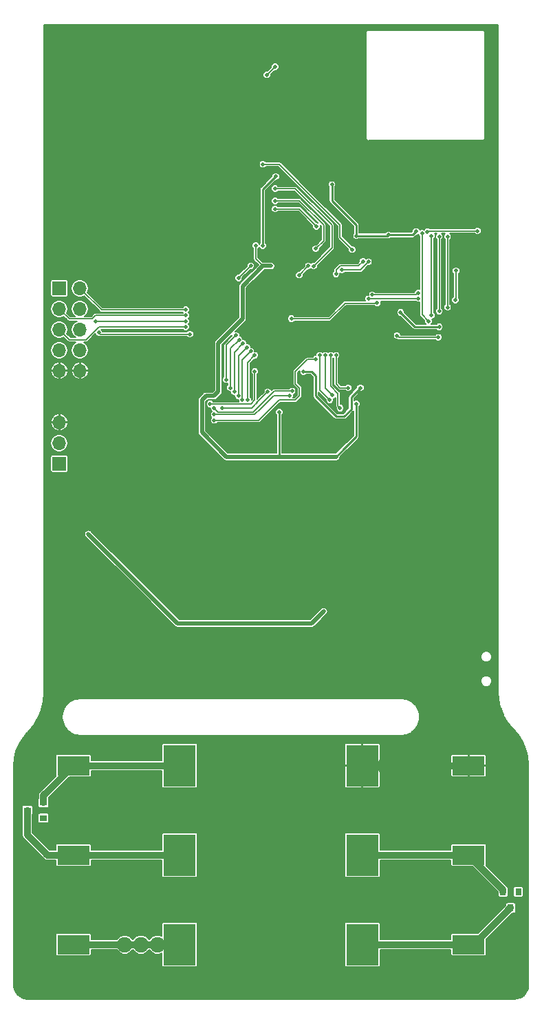
<source format=gbl>
G04 #@! TF.GenerationSoftware,KiCad,Pcbnew,5.0.2-bee76a0~70~ubuntu18.10.1*
G04 #@! TF.CreationDate,2019-03-19T21:34:18-05:00*
G04 #@! TF.ProjectId,camboard,63616d62-6f61-4726-942e-6b696361645f,rev?*
G04 #@! TF.SameCoordinates,Original*
G04 #@! TF.FileFunction,Copper,L2,Bot*
G04 #@! TF.FilePolarity,Positive*
%FSLAX46Y46*%
G04 Gerber Fmt 4.6, Leading zero omitted, Abs format (unit mm)*
G04 Created by KiCad (PCBNEW 5.0.2-bee76a0~70~ubuntu18.10.1) date Tue 19 Mar 2019 09:34:18 PM CDT*
%MOMM*%
%LPD*%
G01*
G04 APERTURE LIST*
G04 #@! TA.AperFunction,SMDPad,CuDef*
%ADD10R,3.960000X2.340000*%
G04 #@! TD*
G04 #@! TA.AperFunction,SMDPad,CuDef*
%ADD11R,3.960000X5.080000*%
G04 #@! TD*
G04 #@! TA.AperFunction,SMDPad,CuDef*
%ADD12R,0.800000X0.900000*%
G04 #@! TD*
G04 #@! TA.AperFunction,ComponentPad*
%ADD13R,1.700000X1.700000*%
G04 #@! TD*
G04 #@! TA.AperFunction,ComponentPad*
%ADD14O,1.700000X1.700000*%
G04 #@! TD*
G04 #@! TA.AperFunction,SMDPad,CuDef*
%ADD15R,0.900000X0.800000*%
G04 #@! TD*
G04 #@! TA.AperFunction,ViaPad*
%ADD16C,1.905000*%
G04 #@! TD*
G04 #@! TA.AperFunction,ViaPad*
%ADD17C,0.508000*%
G04 #@! TD*
G04 #@! TA.AperFunction,Conductor*
%ADD18C,0.812800*%
G04 #@! TD*
G04 #@! TA.AperFunction,Conductor*
%ADD19C,0.254000*%
G04 #@! TD*
G04 #@! TA.AperFunction,Conductor*
%ADD20C,0.508000*%
G04 #@! TD*
G04 #@! TA.AperFunction,Conductor*
%ADD21C,0.152400*%
G04 #@! TD*
G04 #@! TA.AperFunction,Conductor*
%ADD22C,0.152000*%
G04 #@! TD*
G04 APERTURE END LIST*
D10*
G04 #@! TO.P,BT1,2*
G04 #@! TO.N,GND*
X24320000Y-49000000D03*
D11*
X11240000Y-49000000D03*
G04 #@! TO.P,BT1,1*
G04 #@! TO.N,Net-(BT1-Pad1)*
X-11240000Y-49000000D03*
D10*
X-24320000Y-49000000D03*
G04 #@! TD*
G04 #@! TO.P,BT2,2*
G04 #@! TO.N,Net-(BT2-Pad2)*
X-24320000Y-60000000D03*
D11*
X-11240000Y-60000000D03*
G04 #@! TO.P,BT2,1*
G04 #@! TO.N,Net-(BT2-Pad1)*
X11240000Y-60000000D03*
D10*
X24320000Y-60000000D03*
G04 #@! TD*
G04 #@! TO.P,BT3,2*
G04 #@! TO.N,Net-(BT3-Pad2)*
X24320000Y-71000000D03*
D11*
X11240000Y-71000000D03*
G04 #@! TO.P,BT3,1*
G04 #@! TO.N,/VBAT*
X-11240000Y-71000000D03*
D10*
X-24320000Y-71000000D03*
G04 #@! TD*
D12*
G04 #@! TO.P,D2,1*
G04 #@! TO.N,Net-(BT3-Pad2)*
X29500000Y-66500000D03*
G04 #@! TO.P,D2,*
G04 #@! TO.N,*
X30450000Y-64500000D03*
G04 #@! TO.P,D2,2*
G04 #@! TO.N,Net-(BT2-Pad1)*
X28550000Y-64500000D03*
G04 #@! TD*
D13*
G04 #@! TO.P,J1,1*
G04 #@! TO.N,/JTAG_TRST*
X-26060142Y9749377D03*
D14*
G04 #@! TO.P,J1,2*
G04 #@! TO.N,/JTAG_TCLK*
X-23520142Y9749377D03*
G04 #@! TO.P,J1,3*
G04 #@! TO.N,/JTAG_TDI*
X-26060142Y7209377D03*
G04 #@! TO.P,J1,4*
G04 #@! TO.N,/JTAG_TDO*
X-23520142Y7209377D03*
G04 #@! TO.P,J1,5*
G04 #@! TO.N,/JTAG_TMS*
X-26060142Y4669377D03*
G04 #@! TO.P,J1,6*
G04 #@! TO.N,/NMI_b*
X-23520142Y4669377D03*
G04 #@! TO.P,J1,7*
G04 #@! TO.N,Net-(D6-Pad2)*
X-26060142Y2129377D03*
G04 #@! TO.P,J1,8*
G04 #@! TO.N,Net-(D5-Pad1)*
X-23520142Y2129377D03*
G04 #@! TO.P,J1,9*
G04 #@! TO.N,GND*
X-26060142Y-410623D03*
G04 #@! TO.P,J1,10*
X-23520142Y-410623D03*
G04 #@! TD*
D13*
G04 #@! TO.P,J5,1*
G04 #@! TO.N,/UART_RX*
X-26060142Y-11840623D03*
D14*
G04 #@! TO.P,J5,2*
G04 #@! TO.N,/UART_TX*
X-26060142Y-9300623D03*
G04 #@! TO.P,J5,3*
G04 #@! TO.N,GND*
X-26060142Y-6760623D03*
G04 #@! TD*
D15*
G04 #@! TO.P,D0,2*
G04 #@! TO.N,Net-(BT1-Pad1)*
X-28000000Y-53550000D03*
G04 #@! TO.P,D0,*
G04 #@! TO.N,*
X-28000000Y-55450000D03*
G04 #@! TO.P,D0,1*
G04 #@! TO.N,Net-(BT2-Pad2)*
X-30000000Y-54500000D03*
G04 #@! TD*
D16*
G04 #@! TO.N,GND*
X14000000Y-49000000D03*
X16000000Y-49000000D03*
X18000000Y-49000000D03*
D17*
X-7500000Y-2500000D03*
X-1500000Y5500000D03*
X2000000Y1000000D03*
X1500000Y11500000D03*
X4000000Y17000000D03*
X-3000000Y16000000D03*
X-17000000Y12500000D03*
X7500000Y10000000D03*
X14000000Y13000000D03*
X12500000Y15500000D03*
X12000000Y18000000D03*
X9500000Y20500000D03*
X4500000Y26000000D03*
X5000000Y37500000D03*
X9500000Y31500000D03*
X-7000000Y34000000D03*
X-17000000Y27500000D03*
X-22000000Y34000000D03*
X-19000000Y23000000D03*
X-15000000Y1500000D03*
X-23500000Y-4500000D03*
X-22500000Y-12000000D03*
X9000000Y-4000000D03*
X12500000Y-3500000D03*
X13500000Y0D03*
X12000000Y-17500000D03*
X6500000Y-17500000D03*
X2500000Y-7000000D03*
X-9000000Y-10000000D03*
X9000000Y-7500000D03*
X10500000Y-10000000D03*
X-7250000Y-7750000D03*
X-5000000Y-8750000D03*
X9000000Y-19250000D03*
G04 #@! TO.N,+3V3*
X-1420000Y-31500000D03*
X-3960000Y-31500000D03*
X20700000Y5000000D03*
X15944808Y6770992D03*
X14477072Y16303256D03*
X10515000Y16200000D03*
X17877101Y16740966D03*
X-6500000Y-31500000D03*
X6500000Y-30000000D03*
X-22500000Y-20500000D03*
X0Y12500000D03*
X8000000Y-11000000D03*
X10500000Y-4500000D03*
X-5500000Y-11000000D03*
X-6500000Y1000000D03*
X-3500000Y7500000D03*
X-1890141Y15000000D03*
X7500000Y22500000D03*
X1000000Y-5500000D03*
D16*
G04 #@! TO.N,/VBAT*
X-14000000Y-71000000D03*
X-16000000Y-71000000D03*
X-18000000Y-71000000D03*
D17*
X4000000Y-500000D03*
X11000000Y-2500000D03*
G04 #@! TO.N,/RST_b*
X-2000000Y-500000D03*
X-7500000Y-4500000D03*
G04 #@! TO.N,/VREF*
X-4000000Y11000000D03*
X-2500000Y12500000D03*
G04 #@! TO.N,/VDD_REGIN*
X584200Y23500000D03*
X-1000000Y15000000D03*
G04 #@! TO.N,/JTAG_TRST*
X-10000000Y4100000D03*
X-21200000Y4300000D03*
G04 #@! TO.N,/JTAG_TCLK*
X-10500000Y7100000D03*
G04 #@! TO.N,/JTAG_TDI*
X-10500000Y6400000D03*
G04 #@! TO.N,/JTAG_TDO*
X-21600000Y5700000D03*
X-10500000Y5700000D03*
G04 #@! TO.N,/JTAG_TMS*
X-10500000Y5000000D03*
G04 #@! TO.N,/DISP_DB15*
X-4316980Y3939377D03*
X-5500000Y-1500000D03*
G04 #@! TO.N,/DISP_DB13*
X-3448876Y2952058D03*
X-4500000Y-3000000D03*
G04 #@! TO.N,/DISP_RESET_b*
X-407543Y-3000000D03*
X-6000000Y-5000000D03*
G04 #@! TO.N,/DISP_DB10*
X-2000000Y1500000D03*
X-2872742Y-4000000D03*
G04 #@! TO.N,/DISP_DB12*
X-2983554Y2483437D03*
X-4015745Y-3500000D03*
G04 #@! TO.N,/DISP_DB11*
X-2500000Y2000000D03*
X-3533145Y-4000000D03*
G04 #@! TO.N,/CTP_SDA*
X7544042Y-3417648D03*
X6660403Y1500000D03*
G04 #@! TO.N,/CTP_RST_b*
X9500000Y-2500000D03*
X8000000Y1500000D03*
G04 #@! TO.N,/CTP_SCL*
X7232600Y-4000000D03*
X6000000Y1500000D03*
G04 #@! TO.N,/CTP_INT*
X4592458Y12500000D03*
X3454979Y11362521D03*
X7320806Y1500000D03*
X8500000Y-5000000D03*
G04 #@! TO.N,/DISP_DB14*
X-3930600Y3403802D03*
X-5000000Y-2500000D03*
G04 #@! TO.N,/CAM_SIO_D*
X11344241Y13078170D03*
X8000000Y11500000D03*
G04 #@! TO.N,/CAM_SIO_C*
X12000000Y13000000D03*
X8731257Y12000605D03*
G04 #@! TO.N,/CAM_D9*
X18600000Y16500000D03*
X19400000Y5700000D03*
G04 #@! TO.N,/CAM_XCLK1*
X19250000Y16700000D03*
X13072659Y7921977D03*
X25400000Y16800000D03*
X2500000Y6000000D03*
G04 #@! TO.N,/CAM_D8*
X19732600Y16202997D03*
X19732600Y6400000D03*
G04 #@! TO.N,/CAM_D7*
X20700000Y16100000D03*
X20700000Y6917400D03*
G04 #@! TO.N,/CAM_D6*
X21732600Y16100000D03*
X21732600Y7400000D03*
G04 #@! TO.N,/CAM_D5*
X22767400Y11900000D03*
X22700000Y8300000D03*
G04 #@! TO.N,/CAM_D1*
X12465875Y8934125D03*
X18117400Y9160403D03*
G04 #@! TO.N,/CAM_D0*
X11976864Y8445114D03*
X18117400Y8500000D03*
G04 #@! TO.N,Net-(J4-Pad2)*
X500000Y37000000D03*
X-500000Y36000000D03*
G04 #@! TO.N,Net-(J4-Pad4)*
X-1000000Y25000000D03*
X10001257Y14500000D03*
G04 #@! TO.N,/UART_RX*
X2300000Y-3500000D03*
X-7000000Y-5800000D03*
G04 #@! TO.N,/UART_TX*
X2600000Y-2900000D03*
X-7000000Y-5000000D03*
G04 #@! TO.N,/QSPIA_CS_b*
X500000Y22000000D03*
X5252646Y12483205D03*
G04 #@! TO.N,/BKLT_PWM*
X5500000Y1000000D03*
X-7000000Y-6500000D03*
G04 #@! TO.N,Net-(R20-Pad1)*
X20600000Y3700000D03*
X15508750Y3921977D03*
G04 #@! TO.N,/QSPIA_D2*
X500000Y19500000D03*
X5600000Y17354135D03*
G04 #@! TO.N,/QSPIA_D1*
X500000Y20500000D03*
X5512603Y14616117D03*
G04 #@! TD*
D18*
G04 #@! TO.N,Net-(BT1-Pad1)*
X-28000000Y-52680000D02*
X-24320000Y-49000000D01*
X-28000000Y-53550000D02*
X-28000000Y-52680000D01*
X-24320000Y-49000000D02*
X-11240000Y-49000000D01*
G04 #@! TO.N,GND*
X24320000Y-49000000D02*
X18000000Y-49000000D01*
X18000000Y-49000000D02*
X11240000Y-49000000D01*
D19*
G04 #@! TO.N,+3V3*
X20700000Y5000000D02*
X17715800Y5000000D01*
X17715800Y5000000D02*
X15944808Y6770992D01*
X14373816Y16200000D02*
X14477072Y16303256D01*
X10515000Y16200000D02*
X14373816Y16200000D01*
X17439391Y16303256D02*
X17877101Y16740966D01*
X14477072Y16303256D02*
X17439391Y16303256D01*
D20*
X-6500000Y-31500000D02*
X-1420000Y-31500000D01*
X-1420000Y-31500000D02*
X5000000Y-31500000D01*
X5000000Y-31500000D02*
X6500000Y-30000000D01*
X-8500000Y-8000000D02*
X-5500000Y-11000000D01*
X-8500000Y-4000000D02*
X-8500000Y-8000000D01*
X-8000000Y-3500000D02*
X-8500000Y-4000000D01*
X-7000000Y-3500000D02*
X-8000000Y-3500000D01*
X-1000000Y12500000D02*
X-3500000Y10000000D01*
X0Y12500000D02*
X-1000000Y12500000D01*
X-3500000Y10000000D02*
X-3500000Y6000000D01*
X-3500000Y6000000D02*
X-6500000Y3000000D01*
X-6500000Y3000000D02*
X-6500000Y-3000000D01*
X-6500000Y-3000000D02*
X-7000000Y-3500000D01*
D19*
X8000000Y-11000000D02*
X9000000Y-10000000D01*
X9000000Y-10000000D02*
X10500000Y-8500000D01*
X10500000Y-8500000D02*
X10500000Y-4500000D01*
D21*
X-1000000Y12500000D02*
X-1500000Y13000000D01*
X-1890141Y15000000D02*
X-1890141Y13390141D01*
X-1890141Y13390141D02*
X-1500000Y13000000D01*
D19*
X10515000Y16200000D02*
X10515000Y17485000D01*
X10515000Y17485000D02*
X8000000Y20000000D01*
X8000000Y20000000D02*
X7500000Y20500000D01*
X7500000Y20500000D02*
X7500000Y22500000D01*
X1000000Y-5500000D02*
X1000000Y-10500000D01*
X1000000Y-10500000D02*
X1000000Y-11000000D01*
D20*
X-5500000Y-11000000D02*
X1000000Y-11000000D01*
X1000000Y-11000000D02*
X8000000Y-11000000D01*
X-11500000Y-31500000D02*
X-6500000Y-31500000D01*
X-22500000Y-20500000D02*
X-16500000Y-26500000D01*
X-16500000Y-26500000D02*
X-11500000Y-31500000D01*
D18*
G04 #@! TO.N,/VBAT*
X-24320000Y-71000000D02*
X-18000000Y-71000000D01*
X-18000000Y-71000000D02*
X-11240000Y-71000000D01*
X-18000000Y-71000000D02*
X-18000000Y-71000000D01*
D19*
X9864999Y-3635001D02*
X9864999Y-4500000D01*
X11000000Y-2500000D02*
X9864999Y-3635001D01*
X9864999Y-5135001D02*
X9864999Y-4500000D01*
X4000000Y-500000D02*
X5000000Y-500000D01*
X5500000Y-1000000D02*
X5500000Y-3500000D01*
X9000000Y-6000000D02*
X9864999Y-5135001D01*
X5000000Y-500000D02*
X5500000Y-1000000D01*
X5500000Y-3500000D02*
X8000000Y-6000000D01*
X8000000Y-6000000D02*
X9000000Y-6000000D01*
D21*
G04 #@! TO.N,/RST_b*
X-2000000Y-500000D02*
X-2000000Y-4000000D01*
X-2000000Y-4000000D02*
X-2500000Y-4500000D01*
X-7500000Y-4500000D02*
X-2500000Y-4500000D01*
G04 #@! TO.N,/VREF*
X-4000000Y11000000D02*
X-2500000Y12500000D01*
D19*
G04 #@! TO.N,/VDD_REGIN*
X584200Y23500000D02*
X-1000000Y21915800D01*
X-1000000Y21915800D02*
X-1000000Y15000000D01*
D21*
G04 #@! TO.N,/JTAG_TRST*
X-10000000Y4100000D02*
X-21000000Y4100000D01*
X-21000000Y4100000D02*
X-21200000Y4300000D01*
G04 #@! TO.N,/JTAG_TCLK*
X-20870765Y7100000D02*
X-23520142Y9749377D01*
X-10500000Y7100000D02*
X-20870765Y7100000D01*
G04 #@! TO.N,/JTAG_TDI*
X-10500000Y6400000D02*
X-21600000Y6400000D01*
X-21600000Y6400000D02*
X-22000000Y6000000D01*
X-24850765Y6000000D02*
X-26060142Y7209377D01*
X-22000000Y6000000D02*
X-24850765Y6000000D01*
G04 #@! TO.N,/JTAG_TDO*
X-10500000Y5700000D02*
X-21600000Y5700000D01*
G04 #@! TO.N,/JTAG_TMS*
X-10500000Y5000000D02*
X-21200000Y5000000D01*
X-21200000Y5000000D02*
X-22800000Y3400000D01*
X-24790765Y3400000D02*
X-26060142Y4669377D01*
X-22800000Y3400000D02*
X-24790765Y3400000D01*
G04 #@! TO.N,/DISP_DB15*
X-5500000Y2756357D02*
X-4316980Y3939377D01*
X-5500000Y-1500000D02*
X-5500000Y2756357D01*
G04 #@! TO.N,/DISP_DB13*
X-4500000Y1900934D02*
X-3448876Y2952058D01*
X-4500000Y1900934D02*
X-4500000Y-3000000D01*
G04 #@! TO.N,/DISP_RESET_b*
X-2407543Y-5000000D02*
X-1407543Y-4000000D01*
X-6000000Y-5000000D02*
X-2407543Y-5000000D01*
X-407543Y-3000000D02*
X-1407543Y-4000000D01*
X-1407543Y-4000000D02*
X-1907543Y-4500000D01*
G04 #@! TO.N,/DISP_DB10*
X-2872742Y627258D02*
X-2000000Y1500000D01*
X-2872742Y-4000000D02*
X-2872742Y627258D01*
G04 #@! TO.N,/DISP_DB12*
X-4015745Y1451246D02*
X-4015745Y-3500000D01*
X-2983554Y2483437D02*
X-4015745Y1451246D01*
G04 #@! TO.N,/DISP_DB11*
X-3533145Y966855D02*
X-3533145Y-4000000D01*
X-2500000Y2000000D02*
X-3533145Y966855D01*
G04 #@! TO.N,/CTP_SDA*
X6660403Y1500000D02*
X6660403Y-2534009D01*
X6660403Y-2534009D02*
X7000000Y-2873606D01*
X7544042Y-3417648D02*
X7000000Y-2873606D01*
G04 #@! TO.N,/CTP_RST_b*
X9500000Y-2500000D02*
X8500000Y-2500000D01*
X8500000Y-2500000D02*
X8000000Y-2000000D01*
X8000000Y-2000000D02*
X8000000Y1000000D01*
X8000000Y1000000D02*
X8000000Y1500000D01*
G04 #@! TO.N,/CTP_SCL*
X7232600Y-4000000D02*
X6000000Y-2767400D01*
X6000000Y-2767400D02*
X6000000Y500000D01*
X6000000Y500000D02*
X6000000Y1500000D01*
G04 #@! TO.N,/CTP_INT*
X3454979Y11362521D02*
X4592458Y12500000D01*
X3500000Y11407542D02*
X3454979Y11362521D01*
X7320806Y-2320806D02*
X8225000Y-3225000D01*
X7320806Y-1500000D02*
X7320806Y-2320806D01*
X8225000Y-3225000D02*
X8225000Y-4016780D01*
X7320806Y-1500000D02*
X7320806Y500000D01*
X7320806Y-1679194D02*
X7320806Y-1500000D01*
X7320806Y500000D02*
X7320806Y1500000D01*
X8225000Y-4016780D02*
X8225000Y-4725000D01*
X8225000Y-4725000D02*
X8500000Y-5000000D01*
G04 #@! TO.N,/DISP_DB14*
X-5000000Y2334402D02*
X-3930600Y3403802D01*
X-5000000Y-2500000D02*
X-5000000Y2334402D01*
G04 #@! TO.N,/CAM_SIO_D*
X11344241Y13078170D02*
X10766071Y12500000D01*
X8000000Y11983598D02*
X8000000Y11500000D01*
X10766071Y12500000D02*
X8516402Y12500000D01*
X8516402Y12500000D02*
X8000000Y11983598D01*
G04 #@! TO.N,/CAM_SIO_C*
X12000000Y13000000D02*
X11000605Y12000605D01*
X11000605Y12000605D02*
X8731257Y12000605D01*
G04 #@! TO.N,/CAM_D9*
X18600000Y6500000D02*
X18600000Y7800000D01*
X19400000Y5700000D02*
X18600000Y6500000D01*
X18600000Y16500000D02*
X18600000Y7800000D01*
X18600000Y7800000D02*
X18600000Y7500000D01*
G04 #@! TO.N,/CAM_XCLK1*
X19350000Y16800000D02*
X19250000Y16700000D01*
X25400000Y16800000D02*
X19350000Y16800000D01*
X9100000Y7900000D02*
X13050682Y7900000D01*
X13050682Y7900000D02*
X13072659Y7921977D01*
X7200000Y6000000D02*
X9100000Y7900000D01*
X3500000Y6000000D02*
X7200000Y6000000D01*
X2500000Y6000000D02*
X3500000Y6000000D01*
G04 #@! TO.N,/CAM_D8*
X19732600Y16202997D02*
X19732600Y7332600D01*
X19732600Y7332600D02*
X19732600Y6400000D01*
G04 #@! TO.N,/CAM_D7*
X20700000Y16100000D02*
X20700000Y7600000D01*
X20700000Y7600000D02*
X20700000Y6917400D01*
G04 #@! TO.N,/CAM_D6*
X21732600Y7632600D02*
X21732600Y16100000D01*
X21732600Y7400000D02*
X21732600Y7632600D01*
G04 #@! TO.N,/CAM_D5*
X22767400Y11900000D02*
X22767400Y8367400D01*
X22767400Y8367400D02*
X22700000Y8300000D01*
G04 #@! TO.N,/CAM_D1*
X12465875Y8934125D02*
X17891122Y8934125D01*
X17891122Y8934125D02*
X18117400Y9160403D01*
G04 #@! TO.N,/CAM_D0*
X11976864Y8445114D02*
X18062514Y8445114D01*
X18062514Y8445114D02*
X18117400Y8500000D01*
G04 #@! TO.N,Net-(J4-Pad2)*
X500000Y37000000D02*
X-500000Y36000000D01*
G04 #@! TO.N,Net-(J4-Pad4)*
X-1000000Y25000000D02*
X1000000Y25000000D01*
X1000000Y25000000D02*
X5000000Y21000000D01*
X5000000Y21000000D02*
X8500000Y17500000D01*
X8500000Y17500000D02*
X8500000Y16001257D01*
X8500000Y16001257D02*
X10001257Y14500000D01*
G04 #@! TO.N,/UART_RX*
X300000Y-3500000D02*
X2300000Y-3500000D01*
X-2000000Y-5800000D02*
X-1200000Y-5000000D01*
X-7000000Y-5800000D02*
X-2000000Y-5800000D01*
X-1500000Y-5300000D02*
X-1200000Y-5000000D01*
X-1200000Y-5000000D02*
X300000Y-3500000D01*
G04 #@! TO.N,/UART_TX*
X2600000Y-2900000D02*
X2500000Y-3000000D01*
X2600000Y-2900000D02*
X400000Y-2900000D01*
X-2195190Y-5495190D02*
X-1200000Y-4500000D01*
X-7000000Y-5000000D02*
X-6504810Y-5495190D01*
X-6504810Y-5495190D02*
X-2195190Y-5495190D01*
X400000Y-2900000D02*
X-1200000Y-4500000D01*
X-1200000Y-4500000D02*
X-1600000Y-4900000D01*
G04 #@! TO.N,/QSPIA_CS_b*
X7500000Y17500000D02*
X3000000Y22000000D01*
X3000000Y22000000D02*
X500000Y22000000D01*
X7500000Y14730559D02*
X7500000Y16900000D01*
X5252646Y12483205D02*
X7500000Y14730559D01*
X7500000Y16900000D02*
X7500000Y17500000D01*
G04 #@! TO.N,/BKLT_PWM*
X-1500000Y-6500000D02*
X-2000000Y-6500000D01*
X3000000Y-4000000D02*
X1000000Y-4000000D01*
X3500000Y-3500000D02*
X3000000Y-4000000D01*
X3500000Y-2500000D02*
X3500000Y-3500000D01*
X-2000000Y-6500000D02*
X-7000000Y-6500000D01*
X1000000Y-4000000D02*
X-1500000Y-6500000D01*
X5500000Y1000000D02*
X4500000Y1000000D01*
X3000000Y-2000000D02*
X3500000Y-2500000D01*
X4500000Y1000000D02*
X3000000Y-500000D01*
X3000000Y-500000D02*
X3000000Y-2000000D01*
G04 #@! TO.N,Net-(R20-Pad1)*
X20600000Y3700000D02*
X15730727Y3700000D01*
X15730727Y3700000D02*
X15508750Y3921977D01*
G04 #@! TO.N,/QSPIA_D2*
X4000000Y19000000D02*
X3500000Y19500000D01*
X3500000Y19500000D02*
X500000Y19500000D01*
X5600000Y17354135D02*
X4000000Y19000000D01*
G04 #@! TO.N,/QSPIA_D1*
X3500000Y20500000D02*
X6500000Y17500000D01*
X500000Y20500000D02*
X3500000Y20500000D01*
X6500000Y15603514D02*
X6500000Y16000000D01*
X5512603Y14616117D02*
X6500000Y15603514D01*
X6500000Y17500000D02*
X6500000Y16000000D01*
X6500000Y16000000D02*
X6500000Y15686064D01*
D18*
G04 #@! TO.N,Net-(BT2-Pad1)*
X28550000Y-64230000D02*
X24320000Y-60000000D01*
X28550000Y-64500000D02*
X28550000Y-64230000D01*
X24320000Y-60000000D02*
X11240000Y-60000000D01*
G04 #@! TO.N,Net-(BT2-Pad2)*
X-24320000Y-60000000D02*
X-11240000Y-60000000D01*
X-24320000Y-60000000D02*
X-27500000Y-60000000D01*
X-30000000Y-57500000D02*
X-30000000Y-54500000D01*
X-27500000Y-60000000D02*
X-30000000Y-57500000D01*
G04 #@! TO.N,Net-(BT3-Pad2)*
X11240000Y-71000000D02*
X24320000Y-71000000D01*
X25000000Y-71000000D02*
X29500000Y-66500000D01*
X24320000Y-71000000D02*
X25000000Y-71000000D01*
G04 #@! TD*
D22*
G04 #@! TO.N,GND*
G36*
X27967000Y-40029842D02*
X27968922Y-40039506D01*
X28017605Y-40792327D01*
X28020305Y-40810612D01*
X28022241Y-40829031D01*
X28023705Y-40836288D01*
X28229815Y-41797706D01*
X28235918Y-41817919D01*
X28241537Y-41838320D01*
X28244166Y-41845241D01*
X28604533Y-42760085D01*
X28613848Y-42779016D01*
X28622731Y-42798240D01*
X28626455Y-42804638D01*
X29131402Y-43648341D01*
X29143694Y-43665510D01*
X29155587Y-43683011D01*
X29160306Y-43688715D01*
X29796270Y-44438618D01*
X29815542Y-44457890D01*
X30448997Y-45195651D01*
X30964856Y-46022802D01*
X31349664Y-46918469D01*
X31594565Y-47862035D01*
X31694897Y-48841288D01*
X31697001Y-49002056D01*
X31697000Y-75978412D01*
X31625822Y-76475424D01*
X31427038Y-76912628D01*
X31113534Y-77276467D01*
X30710513Y-77537692D01*
X30240340Y-77678304D01*
X29988755Y-77697000D01*
X-29978412Y-77697000D01*
X-30475424Y-77625822D01*
X-30912628Y-77427038D01*
X-31276467Y-77113534D01*
X-31537692Y-76710513D01*
X-31678304Y-76240340D01*
X-31697000Y-75988755D01*
X-31697000Y-69830000D01*
X-26532874Y-69830000D01*
X-26532874Y-72170000D01*
X-26515148Y-72259117D01*
X-26464667Y-72334667D01*
X-26389117Y-72385148D01*
X-26300000Y-72402874D01*
X-22340000Y-72402874D01*
X-22250883Y-72385148D01*
X-22175333Y-72334667D01*
X-22124852Y-72259117D01*
X-22107126Y-72170000D01*
X-22107126Y-71634800D01*
X-19015254Y-71634800D01*
X-19001119Y-71668926D01*
X-18668926Y-72001119D01*
X-18234896Y-72180900D01*
X-17765104Y-72180900D01*
X-17331074Y-72001119D01*
X-17000000Y-71670045D01*
X-16668926Y-72001119D01*
X-16234896Y-72180900D01*
X-15765104Y-72180900D01*
X-15331074Y-72001119D01*
X-15000000Y-71670045D01*
X-14668926Y-72001119D01*
X-14234896Y-72180900D01*
X-13765104Y-72180900D01*
X-13452874Y-72051570D01*
X-13452874Y-73540000D01*
X-13435148Y-73629117D01*
X-13384667Y-73704667D01*
X-13309117Y-73755148D01*
X-13220000Y-73772874D01*
X-9260000Y-73772874D01*
X-9170883Y-73755148D01*
X-9095333Y-73704667D01*
X-9044852Y-73629117D01*
X-9027126Y-73540000D01*
X-9027126Y-68460000D01*
X9027126Y-68460000D01*
X9027126Y-73540000D01*
X9044852Y-73629117D01*
X9095333Y-73704667D01*
X9170883Y-73755148D01*
X9260000Y-73772874D01*
X13220000Y-73772874D01*
X13309117Y-73755148D01*
X13384667Y-73704667D01*
X13435148Y-73629117D01*
X13452874Y-73540000D01*
X13452874Y-71634800D01*
X22107126Y-71634800D01*
X22107126Y-72170000D01*
X22124852Y-72259117D01*
X22175333Y-72334667D01*
X22250883Y-72385148D01*
X22340000Y-72402874D01*
X26300000Y-72402874D01*
X26389117Y-72385148D01*
X26464667Y-72334667D01*
X26515148Y-72259117D01*
X26532874Y-72170000D01*
X26532874Y-70364868D01*
X29714869Y-67182874D01*
X29900000Y-67182874D01*
X29989117Y-67165148D01*
X30064667Y-67114667D01*
X30115148Y-67039117D01*
X30132874Y-66950000D01*
X30132874Y-66572202D01*
X30147236Y-66500001D01*
X30132874Y-66427800D01*
X30132874Y-66050000D01*
X30115148Y-65960883D01*
X30064667Y-65885333D01*
X29989117Y-65834852D01*
X29900000Y-65817126D01*
X29100000Y-65817126D01*
X29010883Y-65834852D01*
X28935333Y-65885333D01*
X28884852Y-65960883D01*
X28867126Y-66050000D01*
X28867126Y-66235131D01*
X25505132Y-69597126D01*
X22340000Y-69597126D01*
X22250883Y-69614852D01*
X22175333Y-69665333D01*
X22124852Y-69740883D01*
X22107126Y-69830000D01*
X22107126Y-70365200D01*
X13452874Y-70365200D01*
X13452874Y-68460000D01*
X13435148Y-68370883D01*
X13384667Y-68295333D01*
X13309117Y-68244852D01*
X13220000Y-68227126D01*
X9260000Y-68227126D01*
X9170883Y-68244852D01*
X9095333Y-68295333D01*
X9044852Y-68370883D01*
X9027126Y-68460000D01*
X-9027126Y-68460000D01*
X-9044852Y-68370883D01*
X-9095333Y-68295333D01*
X-9170883Y-68244852D01*
X-9260000Y-68227126D01*
X-13220000Y-68227126D01*
X-13309117Y-68244852D01*
X-13384667Y-68295333D01*
X-13435148Y-68370883D01*
X-13452874Y-68460000D01*
X-13452874Y-69948430D01*
X-13765104Y-69819100D01*
X-14234896Y-69819100D01*
X-14668926Y-69998881D01*
X-15000000Y-70329955D01*
X-15331074Y-69998881D01*
X-15765104Y-69819100D01*
X-16234896Y-69819100D01*
X-16668926Y-69998881D01*
X-17000000Y-70329955D01*
X-17331074Y-69998881D01*
X-17765104Y-69819100D01*
X-18234896Y-69819100D01*
X-18668926Y-69998881D01*
X-19001119Y-70331074D01*
X-19015254Y-70365200D01*
X-22107126Y-70365200D01*
X-22107126Y-69830000D01*
X-22124852Y-69740883D01*
X-22175333Y-69665333D01*
X-22250883Y-69614852D01*
X-22340000Y-69597126D01*
X-26300000Y-69597126D01*
X-26389117Y-69614852D01*
X-26464667Y-69665333D01*
X-26515148Y-69740883D01*
X-26532874Y-69830000D01*
X-31697000Y-69830000D01*
X-31697000Y-54100000D01*
X-30682874Y-54100000D01*
X-30682874Y-54900000D01*
X-30665148Y-54989117D01*
X-30634799Y-55034537D01*
X-30634800Y-57437481D01*
X-30647236Y-57500000D01*
X-30634800Y-57562518D01*
X-30634800Y-57562519D01*
X-30597968Y-57747685D01*
X-30457665Y-57957665D01*
X-30404661Y-57993081D01*
X-27993080Y-60404663D01*
X-27957665Y-60457665D01*
X-27747686Y-60597968D01*
X-27562520Y-60634800D01*
X-27562519Y-60634800D01*
X-27500000Y-60647236D01*
X-27437482Y-60634800D01*
X-26532874Y-60634800D01*
X-26532874Y-61170000D01*
X-26515148Y-61259117D01*
X-26464667Y-61334667D01*
X-26389117Y-61385148D01*
X-26300000Y-61402874D01*
X-22340000Y-61402874D01*
X-22250883Y-61385148D01*
X-22175333Y-61334667D01*
X-22124852Y-61259117D01*
X-22107126Y-61170000D01*
X-22107126Y-60634800D01*
X-13452874Y-60634800D01*
X-13452874Y-62540000D01*
X-13435148Y-62629117D01*
X-13384667Y-62704667D01*
X-13309117Y-62755148D01*
X-13220000Y-62772874D01*
X-9260000Y-62772874D01*
X-9170883Y-62755148D01*
X-9095333Y-62704667D01*
X-9044852Y-62629117D01*
X-9027126Y-62540000D01*
X-9027126Y-57460000D01*
X9027126Y-57460000D01*
X9027126Y-62540000D01*
X9044852Y-62629117D01*
X9095333Y-62704667D01*
X9170883Y-62755148D01*
X9260000Y-62772874D01*
X13220000Y-62772874D01*
X13309117Y-62755148D01*
X13384667Y-62704667D01*
X13435148Y-62629117D01*
X13452874Y-62540000D01*
X13452874Y-60634800D01*
X22107126Y-60634800D01*
X22107126Y-61170000D01*
X22124852Y-61259117D01*
X22175333Y-61334667D01*
X22250883Y-61385148D01*
X22340000Y-61402874D01*
X24825132Y-61402874D01*
X27915200Y-64492943D01*
X27915200Y-64562519D01*
X27917126Y-64572202D01*
X27917126Y-64950000D01*
X27934852Y-65039117D01*
X27985333Y-65114667D01*
X28060883Y-65165148D01*
X28150000Y-65182874D01*
X28950000Y-65182874D01*
X29039117Y-65165148D01*
X29114667Y-65114667D01*
X29165148Y-65039117D01*
X29182874Y-64950000D01*
X29182874Y-64572203D01*
X29184800Y-64562520D01*
X29184800Y-64292514D01*
X29197235Y-64229999D01*
X29184800Y-64167484D01*
X29184800Y-64167481D01*
X29182874Y-64157798D01*
X29182874Y-64050000D01*
X29817126Y-64050000D01*
X29817126Y-64950000D01*
X29834852Y-65039117D01*
X29885333Y-65114667D01*
X29960883Y-65165148D01*
X30050000Y-65182874D01*
X30850000Y-65182874D01*
X30939117Y-65165148D01*
X31014667Y-65114667D01*
X31065148Y-65039117D01*
X31082874Y-64950000D01*
X31082874Y-64050000D01*
X31065148Y-63960883D01*
X31014667Y-63885333D01*
X30939117Y-63834852D01*
X30850000Y-63817126D01*
X30050000Y-63817126D01*
X29960883Y-63834852D01*
X29885333Y-63885333D01*
X29834852Y-63960883D01*
X29817126Y-64050000D01*
X29182874Y-64050000D01*
X29165148Y-63960883D01*
X29114667Y-63885333D01*
X29057761Y-63847310D01*
X29043079Y-63825336D01*
X29007665Y-63772335D01*
X28954664Y-63736921D01*
X26499812Y-61282069D01*
X26515148Y-61259117D01*
X26532874Y-61170000D01*
X26532874Y-58830000D01*
X26515148Y-58740883D01*
X26464667Y-58665333D01*
X26389117Y-58614852D01*
X26300000Y-58597126D01*
X22340000Y-58597126D01*
X22250883Y-58614852D01*
X22175333Y-58665333D01*
X22124852Y-58740883D01*
X22107126Y-58830000D01*
X22107126Y-59365200D01*
X13452874Y-59365200D01*
X13452874Y-57460000D01*
X13435148Y-57370883D01*
X13384667Y-57295333D01*
X13309117Y-57244852D01*
X13220000Y-57227126D01*
X9260000Y-57227126D01*
X9170883Y-57244852D01*
X9095333Y-57295333D01*
X9044852Y-57370883D01*
X9027126Y-57460000D01*
X-9027126Y-57460000D01*
X-9044852Y-57370883D01*
X-9095333Y-57295333D01*
X-9170883Y-57244852D01*
X-9260000Y-57227126D01*
X-13220000Y-57227126D01*
X-13309117Y-57244852D01*
X-13384667Y-57295333D01*
X-13435148Y-57370883D01*
X-13452874Y-57460000D01*
X-13452874Y-59365200D01*
X-22107126Y-59365200D01*
X-22107126Y-58830000D01*
X-22124852Y-58740883D01*
X-22175333Y-58665333D01*
X-22250883Y-58614852D01*
X-22340000Y-58597126D01*
X-26300000Y-58597126D01*
X-26389117Y-58614852D01*
X-26464667Y-58665333D01*
X-26515148Y-58740883D01*
X-26532874Y-58830000D01*
X-26532874Y-59365200D01*
X-27237057Y-59365200D01*
X-29365200Y-57237058D01*
X-29365200Y-55050000D01*
X-28682874Y-55050000D01*
X-28682874Y-55850000D01*
X-28665148Y-55939117D01*
X-28614667Y-56014667D01*
X-28539117Y-56065148D01*
X-28450000Y-56082874D01*
X-27550000Y-56082874D01*
X-27460883Y-56065148D01*
X-27385333Y-56014667D01*
X-27334852Y-55939117D01*
X-27317126Y-55850000D01*
X-27317126Y-55050000D01*
X-27334852Y-54960883D01*
X-27385333Y-54885333D01*
X-27460883Y-54834852D01*
X-27550000Y-54817126D01*
X-28450000Y-54817126D01*
X-28539117Y-54834852D01*
X-28614667Y-54885333D01*
X-28665148Y-54960883D01*
X-28682874Y-55050000D01*
X-29365200Y-55050000D01*
X-29365200Y-55034536D01*
X-29334852Y-54989117D01*
X-29317126Y-54900000D01*
X-29317126Y-54100000D01*
X-29334852Y-54010883D01*
X-29385333Y-53935333D01*
X-29460883Y-53884852D01*
X-29550000Y-53867126D01*
X-29927798Y-53867126D01*
X-30000000Y-53852764D01*
X-30072202Y-53867126D01*
X-30450000Y-53867126D01*
X-30539117Y-53884852D01*
X-30614667Y-53935333D01*
X-30665148Y-54010883D01*
X-30682874Y-54100000D01*
X-31697000Y-54100000D01*
X-31697000Y-53150000D01*
X-28682874Y-53150000D01*
X-28682874Y-53950000D01*
X-28665148Y-54039117D01*
X-28614667Y-54114667D01*
X-28539117Y-54165148D01*
X-28450000Y-54182874D01*
X-28072202Y-54182874D01*
X-28000000Y-54197236D01*
X-27927798Y-54182874D01*
X-27550000Y-54182874D01*
X-27460883Y-54165148D01*
X-27385333Y-54114667D01*
X-27334852Y-54039117D01*
X-27317126Y-53950000D01*
X-27317126Y-53150000D01*
X-27334852Y-53060883D01*
X-27365200Y-53015464D01*
X-27365200Y-52942942D01*
X-24825131Y-50402874D01*
X-22340000Y-50402874D01*
X-22250883Y-50385148D01*
X-22175333Y-50334667D01*
X-22124852Y-50259117D01*
X-22107126Y-50170000D01*
X-22107126Y-49634800D01*
X-13452874Y-49634800D01*
X-13452874Y-51540000D01*
X-13435148Y-51629117D01*
X-13384667Y-51704667D01*
X-13309117Y-51755148D01*
X-13220000Y-51772874D01*
X-9260000Y-51772874D01*
X-9170883Y-51755148D01*
X-9095333Y-51704667D01*
X-9044852Y-51629117D01*
X-9027126Y-51540000D01*
X-9027126Y-49108000D01*
X9032000Y-49108000D01*
X9032000Y-51585352D01*
X9066711Y-51669152D01*
X9130848Y-51733289D01*
X9214648Y-51768000D01*
X11132000Y-51768000D01*
X11189000Y-51711000D01*
X11189000Y-49051000D01*
X11291000Y-49051000D01*
X11291000Y-51711000D01*
X11348000Y-51768000D01*
X13265352Y-51768000D01*
X13349152Y-51733289D01*
X13413289Y-51669152D01*
X13448000Y-51585352D01*
X13448000Y-49108000D01*
X22112000Y-49108000D01*
X22112000Y-50215352D01*
X22146711Y-50299152D01*
X22210848Y-50363289D01*
X22294648Y-50398000D01*
X24212000Y-50398000D01*
X24269000Y-50341000D01*
X24269000Y-49051000D01*
X24371000Y-49051000D01*
X24371000Y-50341000D01*
X24428000Y-50398000D01*
X26345352Y-50398000D01*
X26429152Y-50363289D01*
X26493289Y-50299152D01*
X26528000Y-50215352D01*
X26528000Y-49108000D01*
X26471000Y-49051000D01*
X24371000Y-49051000D01*
X24269000Y-49051000D01*
X22169000Y-49051000D01*
X22112000Y-49108000D01*
X13448000Y-49108000D01*
X13391000Y-49051000D01*
X11291000Y-49051000D01*
X11189000Y-49051000D01*
X9089000Y-49051000D01*
X9032000Y-49108000D01*
X-9027126Y-49108000D01*
X-9027126Y-46460000D01*
X-9036146Y-46414648D01*
X9032000Y-46414648D01*
X9032000Y-48892000D01*
X9089000Y-48949000D01*
X11189000Y-48949000D01*
X11189000Y-46289000D01*
X11291000Y-46289000D01*
X11291000Y-48949000D01*
X13391000Y-48949000D01*
X13448000Y-48892000D01*
X13448000Y-47784648D01*
X22112000Y-47784648D01*
X22112000Y-48892000D01*
X22169000Y-48949000D01*
X24269000Y-48949000D01*
X24269000Y-47659000D01*
X24371000Y-47659000D01*
X24371000Y-48949000D01*
X26471000Y-48949000D01*
X26528000Y-48892000D01*
X26528000Y-47784648D01*
X26493289Y-47700848D01*
X26429152Y-47636711D01*
X26345352Y-47602000D01*
X24428000Y-47602000D01*
X24371000Y-47659000D01*
X24269000Y-47659000D01*
X24212000Y-47602000D01*
X22294648Y-47602000D01*
X22210848Y-47636711D01*
X22146711Y-47700848D01*
X22112000Y-47784648D01*
X13448000Y-47784648D01*
X13448000Y-46414648D01*
X13413289Y-46330848D01*
X13349152Y-46266711D01*
X13265352Y-46232000D01*
X11348000Y-46232000D01*
X11291000Y-46289000D01*
X11189000Y-46289000D01*
X11132000Y-46232000D01*
X9214648Y-46232000D01*
X9130848Y-46266711D01*
X9066711Y-46330848D01*
X9032000Y-46414648D01*
X-9036146Y-46414648D01*
X-9044852Y-46370883D01*
X-9095333Y-46295333D01*
X-9170883Y-46244852D01*
X-9260000Y-46227126D01*
X-13220000Y-46227126D01*
X-13309117Y-46244852D01*
X-13384667Y-46295333D01*
X-13435148Y-46370883D01*
X-13452874Y-46460000D01*
X-13452874Y-48365200D01*
X-22107126Y-48365200D01*
X-22107126Y-47830000D01*
X-22124852Y-47740883D01*
X-22175333Y-47665333D01*
X-22250883Y-47614852D01*
X-22340000Y-47597126D01*
X-26300000Y-47597126D01*
X-26389117Y-47614852D01*
X-26464667Y-47665333D01*
X-26515148Y-47740883D01*
X-26532874Y-47830000D01*
X-26532874Y-50170000D01*
X-26515148Y-50259117D01*
X-26499812Y-50282069D01*
X-28404663Y-52186921D01*
X-28457664Y-52222335D01*
X-28493078Y-52275336D01*
X-28493079Y-52275337D01*
X-28597967Y-52432314D01*
X-28647236Y-52680000D01*
X-28634800Y-52742518D01*
X-28634800Y-53015464D01*
X-28665148Y-53060883D01*
X-28682874Y-53150000D01*
X-31697000Y-53150000D01*
X-31697000Y-49012433D01*
X-31619493Y-48069697D01*
X-31392094Y-47164383D01*
X-31019886Y-46308363D01*
X-30511417Y-45522390D01*
X-30035985Y-44981217D01*
X-30024131Y-44970259D01*
X-29901190Y-44844056D01*
X-29897727Y-44839914D01*
X-29883255Y-44823926D01*
X-29238691Y-44032202D01*
X-29234613Y-44026335D01*
X-29229940Y-44020921D01*
X-29212458Y-43994458D01*
X-28695066Y-43114347D01*
X-28691920Y-43107925D01*
X-28688123Y-43101872D01*
X-28674845Y-43073070D01*
X-28536665Y-42726718D01*
X-25704490Y-42726718D01*
X-25704490Y-42730420D01*
X-25701026Y-43297470D01*
X-25694948Y-43338140D01*
X-25689367Y-43378883D01*
X-25688328Y-43382436D01*
X-25525851Y-43925721D01*
X-25508586Y-43963086D01*
X-25491810Y-44000589D01*
X-25489816Y-44003708D01*
X-25181388Y-44479554D01*
X-25154342Y-44510557D01*
X-25127703Y-44541858D01*
X-25124913Y-44544292D01*
X-24695328Y-44914447D01*
X-24660664Y-44936616D01*
X-24626314Y-44959180D01*
X-24622957Y-44960731D01*
X-24622954Y-44960733D01*
X-24622951Y-44960734D01*
X-24106745Y-45195439D01*
X-24067226Y-45206995D01*
X-24027949Y-45219003D01*
X-24024288Y-45219551D01*
X-23471068Y-45298778D01*
X-23449843Y-45303000D01*
X16029843Y-45303000D01*
X16043735Y-45300237D01*
X16046723Y-45299790D01*
X16067388Y-45299790D01*
X16071050Y-45299244D01*
X16631359Y-45212003D01*
X16670697Y-45199976D01*
X16710154Y-45188438D01*
X16713515Y-45186885D01*
X17226817Y-44945890D01*
X17261176Y-44923321D01*
X17295832Y-44901157D01*
X17298622Y-44898724D01*
X17723653Y-44523348D01*
X17750309Y-44492028D01*
X17777338Y-44461044D01*
X17779333Y-44457925D01*
X18081924Y-43978346D01*
X18098737Y-43940761D01*
X18115964Y-43903478D01*
X18117003Y-43899925D01*
X18272831Y-43354695D01*
X18278410Y-43313964D01*
X18284490Y-43273283D01*
X18284490Y-43269580D01*
X18281026Y-42702530D01*
X18274948Y-42661860D01*
X18269367Y-42621117D01*
X18268328Y-42617564D01*
X18105851Y-42074279D01*
X18088593Y-42036929D01*
X18071810Y-41999411D01*
X18069816Y-41996292D01*
X17761388Y-41520446D01*
X17734342Y-41489443D01*
X17707703Y-41458142D01*
X17704914Y-41455708D01*
X17275328Y-41085553D01*
X17240644Y-41063372D01*
X17206313Y-41040820D01*
X17202957Y-41039269D01*
X17202954Y-41039267D01*
X17202951Y-41039266D01*
X16686744Y-40804561D01*
X16647237Y-40793008D01*
X16607949Y-40780997D01*
X16604288Y-40780449D01*
X16051068Y-40701222D01*
X16029843Y-40697000D01*
X-23449843Y-40697000D01*
X-23463732Y-40699763D01*
X-23466726Y-40700210D01*
X-23487389Y-40700210D01*
X-23491050Y-40700756D01*
X-24051359Y-40787997D01*
X-24090726Y-40800033D01*
X-24130154Y-40811563D01*
X-24133515Y-40813115D01*
X-24646818Y-41054110D01*
X-24681233Y-41076716D01*
X-24715831Y-41098843D01*
X-24718618Y-41101273D01*
X-24718622Y-41101276D01*
X-24718625Y-41101280D01*
X-25143653Y-41476651D01*
X-25170345Y-41508014D01*
X-25197338Y-41538957D01*
X-25199333Y-41542075D01*
X-25501924Y-42021654D01*
X-25518737Y-42059239D01*
X-25535964Y-42096522D01*
X-25537003Y-42100075D01*
X-25692831Y-42645305D01*
X-25698412Y-42686048D01*
X-25704490Y-42726718D01*
X-28536665Y-42726718D01*
X-28296534Y-42124824D01*
X-28294397Y-42118004D01*
X-28291557Y-42111442D01*
X-28282788Y-42080963D01*
X-28052262Y-41086403D01*
X-28051181Y-41079342D01*
X-28049366Y-41072422D01*
X-28045309Y-41040967D01*
X-27969259Y-40041198D01*
X-27967000Y-40029843D01*
X-27967000Y-38463741D01*
X25822020Y-38463741D01*
X25822020Y-38733459D01*
X25925237Y-38982645D01*
X26115955Y-39173363D01*
X26365141Y-39276580D01*
X26634859Y-39276580D01*
X26884045Y-39173363D01*
X27074763Y-38982645D01*
X27177980Y-38733459D01*
X27177980Y-38463741D01*
X27074763Y-38214555D01*
X26884045Y-38023837D01*
X26634859Y-37920620D01*
X26365141Y-37920620D01*
X26115955Y-38023837D01*
X25925237Y-38214555D01*
X25822020Y-38463741D01*
X-27967000Y-38463741D01*
X-27967000Y-35466541D01*
X25822020Y-35466541D01*
X25822020Y-35736259D01*
X25925237Y-35985445D01*
X26115955Y-36176163D01*
X26365141Y-36279380D01*
X26634859Y-36279380D01*
X26884045Y-36176163D01*
X27074763Y-35985445D01*
X27177980Y-35736259D01*
X27177980Y-35466541D01*
X27074763Y-35217355D01*
X26884045Y-35026637D01*
X26634859Y-34923420D01*
X26365141Y-34923420D01*
X26115955Y-35026637D01*
X25925237Y-35217355D01*
X25822020Y-35466541D01*
X-27967000Y-35466541D01*
X-27967000Y-20500000D01*
X-22991849Y-20500000D01*
X-22982400Y-20547504D01*
X-22982400Y-20595955D01*
X-22963859Y-20640716D01*
X-22954410Y-20688222D01*
X-22927500Y-20728495D01*
X-22908959Y-20773258D01*
X-22773258Y-20908959D01*
X-22773256Y-20908960D01*
X-16807516Y-26874701D01*
X-16807513Y-26874703D01*
X-11874701Y-31807515D01*
X-11847790Y-31847790D01*
X-11688223Y-31954410D01*
X-11547508Y-31982400D01*
X-11547504Y-31982400D01*
X-11500000Y-31991849D01*
X-11452496Y-31982400D01*
X4952496Y-31982400D01*
X5000000Y-31991849D01*
X5047504Y-31982400D01*
X5047508Y-31982400D01*
X5188223Y-31954410D01*
X5347790Y-31847790D01*
X5374701Y-31807515D01*
X6874701Y-30307516D01*
X6908959Y-30273258D01*
X6927500Y-30228495D01*
X6954409Y-30188223D01*
X6963858Y-30140719D01*
X6982400Y-30095955D01*
X6982400Y-30047504D01*
X6991849Y-30000001D01*
X6982400Y-29952498D01*
X6982400Y-29904045D01*
X6963858Y-29859280D01*
X6954409Y-29811778D01*
X6927501Y-29771508D01*
X6908959Y-29726742D01*
X6874698Y-29692481D01*
X6847790Y-29652210D01*
X6807519Y-29625302D01*
X6773258Y-29591041D01*
X6728492Y-29572499D01*
X6688222Y-29545591D01*
X6640720Y-29536142D01*
X6595955Y-29517600D01*
X6547502Y-29517600D01*
X6499999Y-29508151D01*
X6452496Y-29517600D01*
X6404045Y-29517600D01*
X6359281Y-29536142D01*
X6311777Y-29545591D01*
X6271505Y-29572500D01*
X6226742Y-29591041D01*
X6192484Y-29625299D01*
X4800184Y-31017600D01*
X-11300184Y-31017600D01*
X-16125297Y-26192487D01*
X-16125299Y-26192484D01*
X-22091040Y-20226744D01*
X-22091041Y-20226742D01*
X-22226742Y-20091041D01*
X-22271505Y-20072500D01*
X-22311778Y-20045590D01*
X-22359284Y-20036141D01*
X-22404045Y-20017600D01*
X-22452496Y-20017600D01*
X-22500000Y-20008151D01*
X-22547504Y-20017600D01*
X-22595955Y-20017600D01*
X-22640716Y-20036141D01*
X-22688222Y-20045590D01*
X-22728495Y-20072500D01*
X-22773258Y-20091041D01*
X-22807518Y-20125301D01*
X-22847790Y-20152210D01*
X-22874699Y-20192482D01*
X-22908959Y-20226742D01*
X-22927500Y-20271505D01*
X-22954410Y-20311778D01*
X-22963859Y-20359284D01*
X-22982400Y-20404045D01*
X-22982400Y-20452496D01*
X-22991849Y-20500000D01*
X-27967000Y-20500000D01*
X-27967000Y-10990623D01*
X-27143016Y-10990623D01*
X-27143016Y-12690623D01*
X-27125290Y-12779740D01*
X-27074809Y-12855290D01*
X-26999259Y-12905771D01*
X-26910142Y-12923497D01*
X-25210142Y-12923497D01*
X-25121025Y-12905771D01*
X-25045475Y-12855290D01*
X-24994994Y-12779740D01*
X-24977268Y-12690623D01*
X-24977268Y-10990623D01*
X-24994994Y-10901506D01*
X-25045475Y-10825956D01*
X-25121025Y-10775475D01*
X-25210142Y-10757749D01*
X-26910142Y-10757749D01*
X-26999259Y-10775475D01*
X-27074809Y-10825956D01*
X-27125290Y-10901506D01*
X-27143016Y-10990623D01*
X-27967000Y-10990623D01*
X-27967000Y-9300623D01*
X-27159669Y-9300623D01*
X-27075972Y-9721394D01*
X-26837625Y-10078106D01*
X-26480913Y-10316453D01*
X-26166354Y-10379023D01*
X-25953930Y-10379023D01*
X-25639371Y-10316453D01*
X-25282659Y-10078106D01*
X-25044312Y-9721394D01*
X-24960615Y-9300623D01*
X-25044312Y-8879852D01*
X-25282659Y-8523140D01*
X-25639371Y-8284793D01*
X-25953930Y-8222223D01*
X-26166354Y-8222223D01*
X-26480913Y-8284793D01*
X-26837625Y-8523140D01*
X-27075972Y-8879852D01*
X-27159669Y-9300623D01*
X-27967000Y-9300623D01*
X-27967000Y-6979443D01*
X-27115700Y-6979443D01*
X-26961267Y-7352289D01*
X-26666252Y-7652097D01*
X-26278962Y-7816186D01*
X-26111142Y-7780421D01*
X-26111142Y-6811623D01*
X-26009142Y-6811623D01*
X-26009142Y-7780421D01*
X-25841322Y-7816186D01*
X-25454032Y-7652097D01*
X-25159017Y-7352289D01*
X-25004584Y-6979443D01*
X-25040417Y-6811623D01*
X-26009142Y-6811623D01*
X-26111142Y-6811623D01*
X-27079867Y-6811623D01*
X-27115700Y-6979443D01*
X-27967000Y-6979443D01*
X-27967000Y-6541803D01*
X-27115700Y-6541803D01*
X-27079867Y-6709623D01*
X-26111142Y-6709623D01*
X-26111142Y-5740825D01*
X-26009142Y-5740825D01*
X-26009142Y-6709623D01*
X-25040417Y-6709623D01*
X-25004584Y-6541803D01*
X-25159017Y-6168957D01*
X-25454032Y-5869149D01*
X-25841322Y-5705060D01*
X-26009142Y-5740825D01*
X-26111142Y-5740825D01*
X-26278962Y-5705060D01*
X-26666252Y-5869149D01*
X-26961267Y-6168957D01*
X-27115700Y-6541803D01*
X-27967000Y-6541803D01*
X-27967000Y-4000000D01*
X-8991849Y-4000000D01*
X-8982400Y-4047504D01*
X-8982399Y-7952491D01*
X-8991849Y-8000000D01*
X-8954410Y-8188222D01*
X-8874701Y-8307515D01*
X-8874698Y-8307518D01*
X-8847789Y-8347790D01*
X-8807517Y-8374699D01*
X-5908960Y-11273256D01*
X-5908959Y-11273258D01*
X-5874699Y-11307518D01*
X-5847790Y-11347790D01*
X-5807518Y-11374699D01*
X-5773258Y-11408959D01*
X-5728497Y-11427499D01*
X-5688223Y-11454410D01*
X-5640715Y-11463860D01*
X-5595955Y-11482400D01*
X-5547504Y-11482400D01*
X-5500000Y-11491849D01*
X-5452496Y-11482400D01*
X8095955Y-11482400D01*
X8140715Y-11463860D01*
X8188223Y-11454410D01*
X8228497Y-11427499D01*
X8273258Y-11408959D01*
X8307518Y-11374699D01*
X8347790Y-11347790D01*
X8374699Y-11307518D01*
X8408959Y-11273258D01*
X8427499Y-11228497D01*
X8454410Y-11188223D01*
X8463860Y-11140715D01*
X8482400Y-11095955D01*
X8482400Y-11047508D01*
X8489178Y-11013433D01*
X10726556Y-8776055D01*
X10756228Y-8756229D01*
X10834779Y-8638670D01*
X10855400Y-8535001D01*
X10855400Y-8535000D01*
X10862362Y-8500001D01*
X10855400Y-8465002D01*
X10855400Y-4826817D01*
X10908959Y-4773258D01*
X10982400Y-4595955D01*
X10982400Y-4404045D01*
X10908959Y-4226742D01*
X10773258Y-4091041D01*
X10595955Y-4017600D01*
X10404045Y-4017600D01*
X10226742Y-4091041D01*
X10220399Y-4097384D01*
X10220399Y-3782212D01*
X11020212Y-2982400D01*
X11095955Y-2982400D01*
X11273258Y-2908959D01*
X11408959Y-2773258D01*
X11482400Y-2595955D01*
X11482400Y-2404045D01*
X11408959Y-2226742D01*
X11273258Y-2091041D01*
X11095955Y-2017600D01*
X10904045Y-2017600D01*
X10726742Y-2091041D01*
X10591041Y-2226742D01*
X10517600Y-2404045D01*
X10517600Y-2479788D01*
X9638443Y-3358946D01*
X9608770Y-3378773D01*
X9530220Y-3496332D01*
X9522416Y-3535566D01*
X9502637Y-3635001D01*
X9509599Y-3670001D01*
X9509600Y-4464999D01*
X9509599Y-4987790D01*
X8852789Y-5644600D01*
X8147212Y-5644600D01*
X5855400Y-3352789D01*
X5855400Y-3053568D01*
X6750200Y-3948369D01*
X6750200Y-4095955D01*
X6823641Y-4273258D01*
X6959342Y-4408959D01*
X7136645Y-4482400D01*
X7328555Y-4482400D01*
X7505858Y-4408959D01*
X7641559Y-4273258D01*
X7715000Y-4095955D01*
X7715000Y-3904045D01*
X7702603Y-3874116D01*
X7817300Y-3826607D01*
X7920401Y-3723506D01*
X7920401Y-3986778D01*
X7920400Y-3986783D01*
X7920401Y-4695002D01*
X7914434Y-4725000D01*
X7938074Y-4843848D01*
X7938075Y-4843849D01*
X8005397Y-4944604D01*
X8017600Y-4952758D01*
X8017600Y-5095955D01*
X8091041Y-5273258D01*
X8226742Y-5408959D01*
X8404045Y-5482400D01*
X8595955Y-5482400D01*
X8773258Y-5408959D01*
X8908959Y-5273258D01*
X8982400Y-5095955D01*
X8982400Y-4904045D01*
X8908959Y-4726742D01*
X8773258Y-4591041D01*
X8595955Y-4517600D01*
X8529600Y-4517600D01*
X8529600Y-3254992D01*
X8535566Y-3224999D01*
X8529600Y-3195007D01*
X8529600Y-3195002D01*
X8511926Y-3106151D01*
X8444604Y-3005396D01*
X8419175Y-2988405D01*
X7625406Y-2194638D01*
X7625406Y1122383D01*
X7660403Y1157380D01*
X7695400Y1122383D01*
X7695400Y970003D01*
X7695401Y969998D01*
X7695400Y-1970006D01*
X7689434Y-2000000D01*
X7695400Y-2029994D01*
X7695400Y-2029997D01*
X7713074Y-2118848D01*
X7780396Y-2219604D01*
X7805831Y-2236599D01*
X8263403Y-2694172D01*
X8280396Y-2719604D01*
X8333008Y-2754758D01*
X8381151Y-2786926D01*
X8500000Y-2810567D01*
X8529997Y-2804600D01*
X9122383Y-2804600D01*
X9226742Y-2908959D01*
X9404045Y-2982400D01*
X9595955Y-2982400D01*
X9773258Y-2908959D01*
X9908959Y-2773258D01*
X9982400Y-2595955D01*
X9982400Y-2404045D01*
X9908959Y-2226742D01*
X9773258Y-2091041D01*
X9595955Y-2017600D01*
X9404045Y-2017600D01*
X9226742Y-2091041D01*
X9122383Y-2195400D01*
X8626169Y-2195400D01*
X8304600Y-1873832D01*
X8304600Y1122383D01*
X8408959Y1226742D01*
X8482400Y1404045D01*
X8482400Y1595955D01*
X8408959Y1773258D01*
X8273258Y1908959D01*
X8095955Y1982400D01*
X7904045Y1982400D01*
X7726742Y1908959D01*
X7660403Y1842620D01*
X7594064Y1908959D01*
X7416761Y1982400D01*
X7224851Y1982400D01*
X7047548Y1908959D01*
X6990605Y1852016D01*
X6933661Y1908959D01*
X6756358Y1982400D01*
X6564448Y1982400D01*
X6387145Y1908959D01*
X6330202Y1852016D01*
X6273258Y1908959D01*
X6095955Y1982400D01*
X5904045Y1982400D01*
X5726742Y1908959D01*
X5591041Y1773258D01*
X5517600Y1595955D01*
X5517600Y1482400D01*
X5404045Y1482400D01*
X5226742Y1408959D01*
X5122383Y1304600D01*
X4529993Y1304600D01*
X4499999Y1310566D01*
X4470005Y1304600D01*
X4470002Y1304600D01*
X4381151Y1286926D01*
X4331546Y1253781D01*
X4280396Y1219604D01*
X4263405Y1194175D01*
X2805831Y-263401D01*
X2780396Y-280396D01*
X2713074Y-381152D01*
X2695400Y-470003D01*
X2695400Y-470006D01*
X2689434Y-500000D01*
X2695400Y-529994D01*
X2695401Y-1970002D01*
X2689434Y-2000000D01*
X2713074Y-2118848D01*
X2713075Y-2118849D01*
X2780397Y-2219604D01*
X2805829Y-2236597D01*
X3195400Y-2626169D01*
X3195401Y-3373830D01*
X2873832Y-3695400D01*
X2741209Y-3695400D01*
X2782400Y-3595955D01*
X2782400Y-3404045D01*
X2762088Y-3355007D01*
X2873258Y-3308959D01*
X3008959Y-3173258D01*
X3082400Y-2995955D01*
X3082400Y-2804045D01*
X3008959Y-2626742D01*
X2873258Y-2491041D01*
X2695955Y-2417600D01*
X2504045Y-2417600D01*
X2326742Y-2491041D01*
X2222383Y-2595400D01*
X429997Y-2595400D01*
X400000Y-2589433D01*
X370002Y-2595400D01*
X281151Y-2613074D01*
X180396Y-2680396D01*
X163403Y-2705828D01*
X42735Y-2826496D01*
X1416Y-2726742D01*
X-134285Y-2591041D01*
X-311588Y-2517600D01*
X-503498Y-2517600D01*
X-680801Y-2591041D01*
X-816502Y-2726742D01*
X-889943Y-2904045D01*
X-889943Y-3051631D01*
X-1601713Y-3763402D01*
X-1601716Y-3763404D01*
X-1695400Y-3857088D01*
X-1695400Y-877617D01*
X-1591041Y-773258D01*
X-1517600Y-595955D01*
X-1517600Y-404045D01*
X-1591041Y-226742D01*
X-1726742Y-91041D01*
X-1904045Y-17600D01*
X-2095955Y-17600D01*
X-2273258Y-91041D01*
X-2408959Y-226742D01*
X-2482400Y-404045D01*
X-2482400Y-595955D01*
X-2408959Y-773258D01*
X-2304600Y-877617D01*
X-2304599Y-3873830D01*
X-2390342Y-3959573D01*
X-2390342Y-3904045D01*
X-2463783Y-3726742D01*
X-2568142Y-3622383D01*
X-2568142Y501090D01*
X-2051631Y1017600D01*
X-1904045Y1017600D01*
X-1726742Y1091041D01*
X-1591041Y1226742D01*
X-1517600Y1404045D01*
X-1517600Y1595955D01*
X-1591041Y1773258D01*
X-1726742Y1908959D01*
X-1904045Y1982400D01*
X-2017600Y1982400D01*
X-2017600Y2095955D01*
X-2091041Y2273258D01*
X-2226742Y2408959D01*
X-2404045Y2482400D01*
X-2501154Y2482400D01*
X-2501154Y2579392D01*
X-2574595Y2756695D01*
X-2710296Y2892396D01*
X-2887599Y2965837D01*
X-2966476Y2965837D01*
X-2966476Y3048013D01*
X-3039917Y3225316D01*
X-3175618Y3361017D01*
X-3352921Y3434458D01*
X-3448200Y3434458D01*
X-3448200Y3499757D01*
X-3521641Y3677060D01*
X-3657342Y3812761D01*
X-3834580Y3886175D01*
X-3834580Y4017932D01*
X15026350Y4017932D01*
X15026350Y3826022D01*
X15099791Y3648719D01*
X15235492Y3513018D01*
X15412795Y3439577D01*
X15572213Y3439577D01*
X15611878Y3413074D01*
X15658491Y3403802D01*
X15730727Y3389433D01*
X15760724Y3395400D01*
X20222383Y3395400D01*
X20326742Y3291041D01*
X20504045Y3217600D01*
X20695955Y3217600D01*
X20873258Y3291041D01*
X21008959Y3426742D01*
X21082400Y3604045D01*
X21082400Y3795955D01*
X21008959Y3973258D01*
X20873258Y4108959D01*
X20695955Y4182400D01*
X20504045Y4182400D01*
X20326742Y4108959D01*
X20222383Y4004600D01*
X15991150Y4004600D01*
X15991150Y4017932D01*
X15917709Y4195235D01*
X15782008Y4330936D01*
X15604705Y4404377D01*
X15412795Y4404377D01*
X15235492Y4330936D01*
X15099791Y4195235D01*
X15026350Y4017932D01*
X-3834580Y4017932D01*
X-3834580Y4035332D01*
X-3908021Y4212635D01*
X-4043722Y4348336D01*
X-4221025Y4421777D01*
X-4396007Y4421777D01*
X-3192485Y5625299D01*
X-3152210Y5652210D01*
X-3045590Y5811777D01*
X-3017600Y5952492D01*
X-3017600Y5952496D01*
X-3008151Y6000000D01*
X-3017600Y6047504D01*
X-3017600Y6095955D01*
X2017600Y6095955D01*
X2017600Y5904045D01*
X2091041Y5726742D01*
X2226742Y5591041D01*
X2404045Y5517600D01*
X2595955Y5517600D01*
X2773258Y5591041D01*
X2877617Y5695400D01*
X7170006Y5695400D01*
X7200000Y5689434D01*
X7229994Y5695400D01*
X7229998Y5695400D01*
X7318849Y5713074D01*
X7419604Y5780396D01*
X7436599Y5805831D01*
X9226169Y7595400D01*
X12717019Y7595400D01*
X12799401Y7513018D01*
X12976704Y7439577D01*
X13168614Y7439577D01*
X13345917Y7513018D01*
X13481618Y7648719D01*
X13555059Y7826022D01*
X13555059Y8017932D01*
X13504284Y8140514D01*
X17794669Y8140514D01*
X17844142Y8091041D01*
X18021445Y8017600D01*
X18213355Y8017600D01*
X18295401Y8051584D01*
X18295401Y7830002D01*
X18295400Y7829997D01*
X18295400Y7470002D01*
X18295401Y7469998D01*
X18295400Y6529994D01*
X18289434Y6500000D01*
X18295400Y6470006D01*
X18295400Y6470003D01*
X18313074Y6381152D01*
X18380396Y6280396D01*
X18405831Y6263401D01*
X18917600Y5751631D01*
X18917600Y5604045D01*
X18991041Y5426742D01*
X19062383Y5355400D01*
X17863012Y5355400D01*
X16427208Y6791203D01*
X16427208Y6866947D01*
X16353767Y7044250D01*
X16218066Y7179951D01*
X16040763Y7253392D01*
X15848853Y7253392D01*
X15671550Y7179951D01*
X15535849Y7044250D01*
X15462408Y6866947D01*
X15462408Y6675037D01*
X15535849Y6497734D01*
X15671550Y6362033D01*
X15848853Y6288592D01*
X15924597Y6288592D01*
X17439745Y4773443D01*
X17459571Y4743771D01*
X17489243Y4723945D01*
X17577130Y4665221D01*
X17715800Y4637638D01*
X17750801Y4644600D01*
X20373183Y4644600D01*
X20426742Y4591041D01*
X20604045Y4517600D01*
X20795955Y4517600D01*
X20973258Y4591041D01*
X21108959Y4726742D01*
X21182400Y4904045D01*
X21182400Y5095955D01*
X21108959Y5273258D01*
X20973258Y5408959D01*
X20795955Y5482400D01*
X20604045Y5482400D01*
X20426742Y5408959D01*
X20373183Y5355400D01*
X19737617Y5355400D01*
X19808959Y5426742D01*
X19882400Y5604045D01*
X19882400Y5795955D01*
X19831507Y5918823D01*
X20005858Y5991041D01*
X20141559Y6126742D01*
X20215000Y6304045D01*
X20215000Y6495955D01*
X20141559Y6673258D01*
X20037200Y6777617D01*
X20037200Y15825380D01*
X20141559Y15929739D01*
X20215000Y16107042D01*
X20215000Y16298952D01*
X20141559Y16476255D01*
X20122414Y16495400D01*
X20413183Y16495400D01*
X20291041Y16373258D01*
X20217600Y16195955D01*
X20217600Y16004045D01*
X20291041Y15826742D01*
X20395400Y15722383D01*
X20395401Y7630002D01*
X20395400Y7629997D01*
X20395400Y7295017D01*
X20291041Y7190658D01*
X20217600Y7013355D01*
X20217600Y6821445D01*
X20291041Y6644142D01*
X20426742Y6508441D01*
X20604045Y6435000D01*
X20795955Y6435000D01*
X20973258Y6508441D01*
X21108959Y6644142D01*
X21182400Y6821445D01*
X21182400Y7013355D01*
X21108959Y7190658D01*
X21004600Y7295017D01*
X21004600Y15722383D01*
X21108959Y15826742D01*
X21182400Y16004045D01*
X21182400Y16195955D01*
X21108959Y16373258D01*
X20986817Y16495400D01*
X21445783Y16495400D01*
X21323641Y16373258D01*
X21250200Y16195955D01*
X21250200Y16004045D01*
X21323641Y15826742D01*
X21428001Y15722382D01*
X21428000Y7777617D01*
X21323641Y7673258D01*
X21250200Y7495955D01*
X21250200Y7304045D01*
X21323641Y7126742D01*
X21459342Y6991041D01*
X21636645Y6917600D01*
X21828555Y6917600D01*
X22005858Y6991041D01*
X22141559Y7126742D01*
X22215000Y7304045D01*
X22215000Y7495955D01*
X22141559Y7673258D01*
X22037200Y7777617D01*
X22037200Y8395955D01*
X22217600Y8395955D01*
X22217600Y8204045D01*
X22291041Y8026742D01*
X22426742Y7891041D01*
X22604045Y7817600D01*
X22795955Y7817600D01*
X22973258Y7891041D01*
X23108959Y8026742D01*
X23182400Y8204045D01*
X23182400Y8395955D01*
X23108959Y8573258D01*
X23072000Y8610217D01*
X23072000Y11522383D01*
X23176359Y11626742D01*
X23249800Y11804045D01*
X23249800Y11995955D01*
X23176359Y12173258D01*
X23040658Y12308959D01*
X22863355Y12382400D01*
X22671445Y12382400D01*
X22494142Y12308959D01*
X22358441Y12173258D01*
X22285000Y11995955D01*
X22285000Y11804045D01*
X22358441Y11626742D01*
X22462800Y11522383D01*
X22462801Y8723895D01*
X22426742Y8708959D01*
X22291041Y8573258D01*
X22217600Y8395955D01*
X22037200Y8395955D01*
X22037200Y15722383D01*
X22141559Y15826742D01*
X22215000Y16004045D01*
X22215000Y16195955D01*
X22141559Y16373258D01*
X22019417Y16495400D01*
X25022383Y16495400D01*
X25126742Y16391041D01*
X25304045Y16317600D01*
X25495955Y16317600D01*
X25673258Y16391041D01*
X25808959Y16526742D01*
X25882400Y16704045D01*
X25882400Y16895955D01*
X25808959Y17073258D01*
X25673258Y17208959D01*
X25495955Y17282400D01*
X25304045Y17282400D01*
X25126742Y17208959D01*
X25022383Y17104600D01*
X19527617Y17104600D01*
X19523258Y17108959D01*
X19345955Y17182400D01*
X19154045Y17182400D01*
X18976742Y17108959D01*
X18841041Y16973258D01*
X18823026Y16929766D01*
X18695955Y16982400D01*
X18504045Y16982400D01*
X18329234Y16909991D01*
X18286060Y17014224D01*
X18150359Y17149925D01*
X17973056Y17223366D01*
X17781146Y17223366D01*
X17603843Y17149925D01*
X17468142Y17014224D01*
X17394701Y16836921D01*
X17394701Y16761177D01*
X17292180Y16658656D01*
X14803889Y16658656D01*
X14750330Y16712215D01*
X14573027Y16785656D01*
X14381117Y16785656D01*
X14203814Y16712215D01*
X14068113Y16576514D01*
X14059367Y16555400D01*
X10870400Y16555400D01*
X10870400Y17450002D01*
X10877362Y17485001D01*
X10870400Y17520001D01*
X10849779Y17623670D01*
X10771229Y17741229D01*
X10741557Y17761055D01*
X8276057Y20226554D01*
X8276055Y20226557D01*
X7855400Y20647211D01*
X7855400Y22173183D01*
X7908959Y22226742D01*
X7982400Y22404045D01*
X7982400Y22595955D01*
X7908959Y22773258D01*
X7773258Y22908959D01*
X7595955Y22982400D01*
X7404045Y22982400D01*
X7226742Y22908959D01*
X7091041Y22773258D01*
X7017600Y22595955D01*
X7017600Y22404045D01*
X7091041Y22226742D01*
X7144601Y22173182D01*
X7144600Y20534999D01*
X7137638Y20500000D01*
X7144600Y20465001D01*
X7144600Y20465000D01*
X7165221Y20361331D01*
X7243771Y20243772D01*
X7273444Y20223945D01*
X7773443Y19723945D01*
X7773446Y19723943D01*
X10159601Y17337787D01*
X10159600Y16526817D01*
X10106041Y16473258D01*
X10032600Y16295955D01*
X10032600Y16104045D01*
X10106041Y15926742D01*
X10241742Y15791041D01*
X10419045Y15717600D01*
X10610955Y15717600D01*
X10788258Y15791041D01*
X10841817Y15844600D01*
X14323794Y15844600D01*
X14381117Y15820856D01*
X14573027Y15820856D01*
X14750330Y15894297D01*
X14803889Y15947856D01*
X17404392Y15947856D01*
X17439391Y15940894D01*
X17474390Y15947856D01*
X17474392Y15947856D01*
X17578061Y15968477D01*
X17695620Y16047027D01*
X17715448Y16076702D01*
X17897312Y16258566D01*
X17973056Y16258566D01*
X18147867Y16330975D01*
X18191041Y16226742D01*
X18295400Y16122383D01*
X18295401Y9608819D01*
X18213355Y9642803D01*
X18021445Y9642803D01*
X17844142Y9569362D01*
X17708441Y9433661D01*
X17635000Y9256358D01*
X17635000Y9238725D01*
X12843492Y9238725D01*
X12739133Y9343084D01*
X12561830Y9416525D01*
X12369920Y9416525D01*
X12192617Y9343084D01*
X12056916Y9207383D01*
X11983475Y9030080D01*
X11983475Y8927514D01*
X11880909Y8927514D01*
X11703606Y8854073D01*
X11567905Y8718372D01*
X11494464Y8541069D01*
X11494464Y8349159D01*
X11554342Y8204600D01*
X9129997Y8204600D01*
X9100000Y8210567D01*
X9070002Y8204600D01*
X8981151Y8186926D01*
X8880396Y8119604D01*
X8863403Y8094172D01*
X7073832Y6304600D01*
X2877617Y6304600D01*
X2773258Y6408959D01*
X2595955Y6482400D01*
X2404045Y6482400D01*
X2226742Y6408959D01*
X2091041Y6273258D01*
X2017600Y6095955D01*
X-3017600Y6095955D01*
X-3017600Y9800184D01*
X-800183Y12017600D01*
X95955Y12017600D01*
X140715Y12036140D01*
X188223Y12045590D01*
X228497Y12072501D01*
X273258Y12091041D01*
X307518Y12125301D01*
X347790Y12152210D01*
X374699Y12192482D01*
X408959Y12226742D01*
X427499Y12271503D01*
X454410Y12311777D01*
X463860Y12359285D01*
X482400Y12404045D01*
X482400Y12452492D01*
X491850Y12500000D01*
X482400Y12547508D01*
X482400Y12595955D01*
X463860Y12640715D01*
X454410Y12688223D01*
X427499Y12728497D01*
X408959Y12773258D01*
X374699Y12807518D01*
X347790Y12847790D01*
X307518Y12874699D01*
X273258Y12908959D01*
X228497Y12927499D01*
X188223Y12954410D01*
X140715Y12963860D01*
X95955Y12982400D01*
X-952496Y12982400D01*
X-1000000Y12991849D01*
X-1047504Y12982400D01*
X-1047508Y12982400D01*
X-1050947Y12981716D01*
X-1263402Y13194170D01*
X-1263404Y13194173D01*
X-1585541Y13516309D01*
X-1585541Y14622383D01*
X-1481182Y14726742D01*
X-1445071Y14813923D01*
X-1408959Y14726742D01*
X-1273258Y14591041D01*
X-1095955Y14517600D01*
X-904045Y14517600D01*
X-726742Y14591041D01*
X-591041Y14726742D01*
X-517600Y14904045D01*
X-517600Y15095955D01*
X-591041Y15273258D01*
X-644600Y15326817D01*
X-644600Y20595955D01*
X17600Y20595955D01*
X17600Y20404045D01*
X91041Y20226742D01*
X226742Y20091041D01*
X404045Y20017600D01*
X595955Y20017600D01*
X773258Y20091041D01*
X877617Y20195400D01*
X3373832Y20195400D01*
X5758676Y17810555D01*
X5695955Y17836535D01*
X5555853Y17836535D01*
X4237803Y19192367D01*
X4236596Y19194173D01*
X4216894Y19213875D01*
X4197496Y19233829D01*
X4195709Y19235060D01*
X3736599Y19694169D01*
X3719604Y19719604D01*
X3618849Y19786926D01*
X3529998Y19804600D01*
X3529994Y19804600D01*
X3500000Y19810566D01*
X3470006Y19804600D01*
X877617Y19804600D01*
X773258Y19908959D01*
X595955Y19982400D01*
X404045Y19982400D01*
X226742Y19908959D01*
X91041Y19773258D01*
X17600Y19595955D01*
X17600Y19404045D01*
X91041Y19226742D01*
X226742Y19091041D01*
X404045Y19017600D01*
X595955Y19017600D01*
X773258Y19091041D01*
X877617Y19195400D01*
X3373832Y19195400D01*
X3783113Y18786118D01*
X5117600Y17413376D01*
X5117600Y17258180D01*
X5191041Y17080877D01*
X5326742Y16945176D01*
X5504045Y16871735D01*
X5695955Y16871735D01*
X5873258Y16945176D01*
X6008959Y17080877D01*
X6082400Y17258180D01*
X6082400Y17450090D01*
X6056420Y17512811D01*
X6195400Y17373831D01*
X6195401Y16030003D01*
X6195400Y16029998D01*
X6195400Y15729684D01*
X5564234Y15098517D01*
X5416648Y15098517D01*
X5239345Y15025076D01*
X5103644Y14889375D01*
X5030203Y14712072D01*
X5030203Y14520162D01*
X5103644Y14342859D01*
X5239345Y14207158D01*
X5416648Y14133717D01*
X5608558Y14133717D01*
X5785861Y14207158D01*
X5921562Y14342859D01*
X5995003Y14520162D01*
X5995003Y14667748D01*
X6694175Y15366919D01*
X6719604Y15383910D01*
X6786926Y15484665D01*
X6804600Y15573516D01*
X6804600Y15573519D01*
X6810566Y15603513D01*
X6804600Y15633507D01*
X6804600Y17470003D01*
X6810567Y17500000D01*
X6786926Y17618849D01*
X6736596Y17694173D01*
X6719604Y17719604D01*
X6694172Y17736597D01*
X3736599Y20694169D01*
X3719604Y20719604D01*
X3618849Y20786926D01*
X3529998Y20804600D01*
X3529994Y20804600D01*
X3500000Y20810566D01*
X3470006Y20804600D01*
X877617Y20804600D01*
X773258Y20908959D01*
X595955Y20982400D01*
X404045Y20982400D01*
X226742Y20908959D01*
X91041Y20773258D01*
X17600Y20595955D01*
X-644600Y20595955D01*
X-644600Y21768589D01*
X-317234Y22095955D01*
X17600Y22095955D01*
X17600Y21904045D01*
X91041Y21726742D01*
X226742Y21591041D01*
X404045Y21517600D01*
X595955Y21517600D01*
X773258Y21591041D01*
X877617Y21695400D01*
X2873832Y21695400D01*
X7195401Y17373830D01*
X7195400Y16870003D01*
X7195401Y16869998D01*
X7195400Y14856728D01*
X5304278Y12965605D01*
X5156691Y12965605D01*
X4979388Y12892164D01*
X4930950Y12843726D01*
X4865716Y12908959D01*
X4688413Y12982400D01*
X4496503Y12982400D01*
X4319200Y12908959D01*
X4183499Y12773258D01*
X4110058Y12595955D01*
X4110058Y12448370D01*
X3506611Y11844921D01*
X3359024Y11844921D01*
X3181721Y11771480D01*
X3046020Y11635779D01*
X2972579Y11458476D01*
X2972579Y11266566D01*
X3046020Y11089263D01*
X3181721Y10953562D01*
X3359024Y10880121D01*
X3550934Y10880121D01*
X3728237Y10953562D01*
X3863938Y11089263D01*
X3937379Y11266566D01*
X3937379Y11414153D01*
X4119181Y11595955D01*
X7517600Y11595955D01*
X7517600Y11404045D01*
X7591041Y11226742D01*
X7726742Y11091041D01*
X7904045Y11017600D01*
X8095955Y11017600D01*
X8273258Y11091041D01*
X8408959Y11226742D01*
X8482400Y11404045D01*
X8482400Y11581539D01*
X8635302Y11518205D01*
X8827212Y11518205D01*
X9004515Y11591646D01*
X9108874Y11696005D01*
X10970611Y11696005D01*
X11000605Y11690039D01*
X11030599Y11696005D01*
X11030603Y11696005D01*
X11119454Y11713679D01*
X11220209Y11781001D01*
X11237204Y11806436D01*
X11948369Y12517600D01*
X12095955Y12517600D01*
X12273258Y12591041D01*
X12408959Y12726742D01*
X12482400Y12904045D01*
X12482400Y13095955D01*
X12408959Y13273258D01*
X12273258Y13408959D01*
X12095955Y13482400D01*
X11904045Y13482400D01*
X11726742Y13408959D01*
X11711206Y13393423D01*
X11617499Y13487129D01*
X11440196Y13560570D01*
X11248286Y13560570D01*
X11070983Y13487129D01*
X10935282Y13351428D01*
X10861841Y13174125D01*
X10861841Y13026539D01*
X10639903Y12804600D01*
X8546399Y12804600D01*
X8516402Y12810567D01*
X8486404Y12804600D01*
X8397553Y12786926D01*
X8296798Y12719604D01*
X8279806Y12694173D01*
X7805831Y12220197D01*
X7780396Y12203202D01*
X7713074Y12102446D01*
X7695400Y12013595D01*
X7695400Y12013592D01*
X7689434Y11983598D01*
X7695400Y11953604D01*
X7695400Y11877617D01*
X7591041Y11773258D01*
X7517600Y11595955D01*
X4119181Y11595955D01*
X4540828Y12017600D01*
X4688413Y12017600D01*
X4865716Y12091041D01*
X4914155Y12139480D01*
X4979388Y12074246D01*
X5156691Y12000805D01*
X5348601Y12000805D01*
X5525904Y12074246D01*
X5661605Y12209947D01*
X5735046Y12387250D01*
X5735046Y12534837D01*
X7694172Y14493962D01*
X7719604Y14510955D01*
X7786926Y14611710D01*
X7804600Y14700561D01*
X7804600Y14700562D01*
X7810567Y14730559D01*
X7804600Y14760556D01*
X7804600Y17470007D01*
X7810566Y17500001D01*
X7804600Y17529997D01*
X7804600Y17529998D01*
X7786926Y17618849D01*
X7719604Y17719604D01*
X7694172Y17736597D01*
X3236599Y22194169D01*
X3219604Y22219604D01*
X3118849Y22286926D01*
X3029998Y22304600D01*
X3029994Y22304600D01*
X3000000Y22310566D01*
X2970006Y22304600D01*
X877617Y22304600D01*
X773258Y22408959D01*
X595955Y22482400D01*
X404045Y22482400D01*
X226742Y22408959D01*
X91041Y22273258D01*
X17600Y22095955D01*
X-317234Y22095955D01*
X604412Y23017600D01*
X680155Y23017600D01*
X857458Y23091041D01*
X993159Y23226742D01*
X1066600Y23404045D01*
X1066600Y23595955D01*
X993159Y23773258D01*
X857458Y23908959D01*
X680155Y23982400D01*
X488245Y23982400D01*
X310942Y23908959D01*
X175241Y23773258D01*
X101800Y23595955D01*
X101800Y23520212D01*
X-1226556Y22191855D01*
X-1256229Y22172028D01*
X-1334779Y22054469D01*
X-1355400Y21950801D01*
X-1362362Y21915800D01*
X-1355400Y21880801D01*
X-1355399Y15326818D01*
X-1408959Y15273258D01*
X-1445071Y15186077D01*
X-1481182Y15273258D01*
X-1616883Y15408959D01*
X-1794186Y15482400D01*
X-1986096Y15482400D01*
X-2163399Y15408959D01*
X-2299100Y15273258D01*
X-2372541Y15095955D01*
X-2372541Y14904045D01*
X-2299100Y14726742D01*
X-2194741Y14622383D01*
X-2194740Y13420139D01*
X-2200707Y13390141D01*
X-2177067Y13271293D01*
X-2177066Y13271292D01*
X-2109744Y13170537D01*
X-2084312Y13153544D01*
X-1694173Y12763404D01*
X-1694170Y12763402D01*
X-1556493Y12625724D01*
X-3807515Y10374701D01*
X-3847790Y10347790D01*
X-3954410Y10188222D01*
X-3982400Y10047507D01*
X-3982400Y10047504D01*
X-3991849Y10000000D01*
X-3982400Y9952496D01*
X-3982399Y7595956D01*
X-3982400Y7595955D01*
X-3982400Y7404045D01*
X-3982399Y7404043D01*
X-3982399Y6199817D01*
X-6807515Y3374701D01*
X-6847790Y3347790D01*
X-6874701Y3307515D01*
X-6920492Y3238984D01*
X-6954410Y3188222D01*
X-6982400Y3047507D01*
X-6982400Y3047504D01*
X-6991849Y3000000D01*
X-6982400Y2952496D01*
X-6982399Y-2800183D01*
X-7199816Y-3017600D01*
X-7952496Y-3017600D01*
X-8000000Y-3008151D01*
X-8047504Y-3017600D01*
X-8047508Y-3017600D01*
X-8188223Y-3045590D01*
X-8347790Y-3152210D01*
X-8374701Y-3192485D01*
X-8807515Y-3625299D01*
X-8847790Y-3652210D01*
X-8874701Y-3692485D01*
X-8897591Y-3726742D01*
X-8954410Y-3811778D01*
X-8982400Y-3952493D01*
X-8982400Y-3952496D01*
X-8991849Y-4000000D01*
X-27967000Y-4000000D01*
X-27967000Y-629443D01*
X-27115700Y-629443D01*
X-26961267Y-1002289D01*
X-26666252Y-1302097D01*
X-26278962Y-1466186D01*
X-26111142Y-1430421D01*
X-26111142Y-461623D01*
X-26009142Y-461623D01*
X-26009142Y-1430421D01*
X-25841322Y-1466186D01*
X-25454032Y-1302097D01*
X-25159017Y-1002289D01*
X-25004584Y-629443D01*
X-24575700Y-629443D01*
X-24421267Y-1002289D01*
X-24126252Y-1302097D01*
X-23738962Y-1466186D01*
X-23571142Y-1430421D01*
X-23571142Y-461623D01*
X-23469142Y-461623D01*
X-23469142Y-1430421D01*
X-23301322Y-1466186D01*
X-22914032Y-1302097D01*
X-22619017Y-1002289D01*
X-22464584Y-629443D01*
X-22500417Y-461623D01*
X-23469142Y-461623D01*
X-23571142Y-461623D01*
X-24539867Y-461623D01*
X-24575700Y-629443D01*
X-25004584Y-629443D01*
X-25040417Y-461623D01*
X-26009142Y-461623D01*
X-26111142Y-461623D01*
X-27079867Y-461623D01*
X-27115700Y-629443D01*
X-27967000Y-629443D01*
X-27967000Y-191803D01*
X-27115700Y-191803D01*
X-27079867Y-359623D01*
X-26111142Y-359623D01*
X-26111142Y609175D01*
X-26009142Y609175D01*
X-26009142Y-359623D01*
X-25040417Y-359623D01*
X-25004584Y-191803D01*
X-24575700Y-191803D01*
X-24539867Y-359623D01*
X-23571142Y-359623D01*
X-23571142Y609175D01*
X-23469142Y609175D01*
X-23469142Y-359623D01*
X-22500417Y-359623D01*
X-22464584Y-191803D01*
X-22619017Y181043D01*
X-22914032Y480851D01*
X-23301322Y644940D01*
X-23469142Y609175D01*
X-23571142Y609175D01*
X-23738962Y644940D01*
X-24126252Y480851D01*
X-24421267Y181043D01*
X-24575700Y-191803D01*
X-25004584Y-191803D01*
X-25159017Y181043D01*
X-25454032Y480851D01*
X-25841322Y644940D01*
X-26009142Y609175D01*
X-26111142Y609175D01*
X-26278962Y644940D01*
X-26666252Y480851D01*
X-26961267Y181043D01*
X-27115700Y-191803D01*
X-27967000Y-191803D01*
X-27967000Y2129377D01*
X-27159669Y2129377D01*
X-27075972Y1708606D01*
X-26837625Y1351894D01*
X-26480913Y1113547D01*
X-26166354Y1050977D01*
X-25953930Y1050977D01*
X-25639371Y1113547D01*
X-25282659Y1351894D01*
X-25044312Y1708606D01*
X-24960615Y2129377D01*
X-25044312Y2550148D01*
X-25282659Y2906860D01*
X-25639371Y3145207D01*
X-25953930Y3207777D01*
X-26166354Y3207777D01*
X-26480913Y3145207D01*
X-26837625Y2906860D01*
X-27075972Y2550148D01*
X-27159669Y2129377D01*
X-27967000Y2129377D01*
X-27967000Y7209377D01*
X-27159669Y7209377D01*
X-27075972Y6788606D01*
X-26837625Y6431894D01*
X-26480913Y6193547D01*
X-26166354Y6130977D01*
X-25953930Y6130977D01*
X-25639371Y6193547D01*
X-25540886Y6259352D01*
X-25087360Y5805825D01*
X-25070369Y5780396D01*
X-24969614Y5713074D01*
X-24880763Y5695400D01*
X-24880760Y5695400D01*
X-24850766Y5689434D01*
X-24820772Y5695400D01*
X-23889670Y5695400D01*
X-23940913Y5685207D01*
X-24297625Y5446860D01*
X-24535972Y5090148D01*
X-24619669Y4669377D01*
X-24535972Y4248606D01*
X-24297625Y3891894D01*
X-24017319Y3704600D01*
X-24664595Y3704600D01*
X-25110117Y4150121D01*
X-25044312Y4248606D01*
X-24960615Y4669377D01*
X-25044312Y5090148D01*
X-25282659Y5446860D01*
X-25639371Y5685207D01*
X-25953930Y5747777D01*
X-26166354Y5747777D01*
X-26480913Y5685207D01*
X-26837625Y5446860D01*
X-27075972Y5090148D01*
X-27159669Y4669377D01*
X-27075972Y4248606D01*
X-26837625Y3891894D01*
X-26480913Y3653547D01*
X-26166354Y3590977D01*
X-25953930Y3590977D01*
X-25639371Y3653547D01*
X-25540886Y3719352D01*
X-25027360Y3205825D01*
X-25010369Y3180396D01*
X-24909614Y3113074D01*
X-24820763Y3095400D01*
X-24820760Y3095400D01*
X-24790766Y3089434D01*
X-24760772Y3095400D01*
X-24015455Y3095400D01*
X-24297625Y2906860D01*
X-24535972Y2550148D01*
X-24619669Y2129377D01*
X-24535972Y1708606D01*
X-24297625Y1351894D01*
X-23940913Y1113547D01*
X-23626354Y1050977D01*
X-23413930Y1050977D01*
X-23099371Y1113547D01*
X-22742659Y1351894D01*
X-22504312Y1708606D01*
X-22420615Y2129377D01*
X-22504312Y2550148D01*
X-22742659Y2906860D01*
X-23024829Y3095400D01*
X-22829994Y3095400D01*
X-22800000Y3089434D01*
X-22770006Y3095400D01*
X-22770002Y3095400D01*
X-22681151Y3113074D01*
X-22580396Y3180396D01*
X-22563401Y3205831D01*
X-21648069Y4121162D01*
X-21608959Y4026742D01*
X-21473258Y3891041D01*
X-21295955Y3817600D01*
X-21125623Y3817600D01*
X-21118849Y3813074D01*
X-21000000Y3789433D01*
X-20970003Y3795400D01*
X-10377617Y3795400D01*
X-10273258Y3691041D01*
X-10095955Y3617600D01*
X-9904045Y3617600D01*
X-9726742Y3691041D01*
X-9591041Y3826742D01*
X-9517600Y4004045D01*
X-9517600Y4195955D01*
X-9591041Y4373258D01*
X-9726742Y4508959D01*
X-9904045Y4582400D01*
X-10095955Y4582400D01*
X-10273258Y4508959D01*
X-10377617Y4404600D01*
X-20721181Y4404600D01*
X-20791041Y4573258D01*
X-20913183Y4695400D01*
X-10877617Y4695400D01*
X-10773258Y4591041D01*
X-10595955Y4517600D01*
X-10404045Y4517600D01*
X-10226742Y4591041D01*
X-10091041Y4726742D01*
X-10017600Y4904045D01*
X-10017600Y5095955D01*
X-10091041Y5273258D01*
X-10167783Y5350000D01*
X-10091041Y5426742D01*
X-10017600Y5604045D01*
X-10017600Y5795955D01*
X-10091041Y5973258D01*
X-10167783Y6050000D01*
X-10091041Y6126742D01*
X-10017600Y6304045D01*
X-10017600Y6495955D01*
X-10091041Y6673258D01*
X-10167783Y6750000D01*
X-10091041Y6826742D01*
X-10017600Y7004045D01*
X-10017600Y7195955D01*
X-10091041Y7373258D01*
X-10226742Y7508959D01*
X-10404045Y7582400D01*
X-10595955Y7582400D01*
X-10773258Y7508959D01*
X-10877617Y7404600D01*
X-20744596Y7404600D01*
X-22570118Y9230121D01*
X-22504312Y9328606D01*
X-22420615Y9749377D01*
X-22504312Y10170148D01*
X-22742659Y10526860D01*
X-23099371Y10765207D01*
X-23413930Y10827777D01*
X-23626354Y10827777D01*
X-23940913Y10765207D01*
X-24297625Y10526860D01*
X-24535972Y10170148D01*
X-24619669Y9749377D01*
X-24535972Y9328606D01*
X-24297625Y8971894D01*
X-23940913Y8733547D01*
X-23626354Y8670977D01*
X-23413930Y8670977D01*
X-23099371Y8733547D01*
X-23000886Y8799353D01*
X-21107362Y6905828D01*
X-21090369Y6880396D01*
X-20989614Y6813074D01*
X-20916603Y6798551D01*
X-20870765Y6789433D01*
X-20840768Y6795400D01*
X-10877617Y6795400D01*
X-10832217Y6750000D01*
X-10877617Y6704600D01*
X-21570008Y6704600D01*
X-21600001Y6710566D01*
X-21629993Y6704600D01*
X-21629998Y6704600D01*
X-21718849Y6686926D01*
X-21819604Y6619604D01*
X-21836595Y6594174D01*
X-22126168Y6304600D01*
X-22933168Y6304600D01*
X-22742659Y6431894D01*
X-22504312Y6788606D01*
X-22420615Y7209377D01*
X-22504312Y7630148D01*
X-22742659Y7986860D01*
X-23099371Y8225207D01*
X-23413930Y8287777D01*
X-23626354Y8287777D01*
X-23940913Y8225207D01*
X-24297625Y7986860D01*
X-24535972Y7630148D01*
X-24619669Y7209377D01*
X-24535972Y6788606D01*
X-24297625Y6431894D01*
X-24107116Y6304600D01*
X-24724595Y6304600D01*
X-25110117Y6690121D01*
X-25044312Y6788606D01*
X-24960615Y7209377D01*
X-25044312Y7630148D01*
X-25282659Y7986860D01*
X-25639371Y8225207D01*
X-25953930Y8287777D01*
X-26166354Y8287777D01*
X-26480913Y8225207D01*
X-26837625Y7986860D01*
X-27075972Y7630148D01*
X-27159669Y7209377D01*
X-27967000Y7209377D01*
X-27967000Y10599377D01*
X-27143016Y10599377D01*
X-27143016Y8899377D01*
X-27125290Y8810260D01*
X-27074809Y8734710D01*
X-26999259Y8684229D01*
X-26910142Y8666503D01*
X-25210142Y8666503D01*
X-25121025Y8684229D01*
X-25045475Y8734710D01*
X-24994994Y8810260D01*
X-24977268Y8899377D01*
X-24977268Y10599377D01*
X-24994994Y10688494D01*
X-25045475Y10764044D01*
X-25121025Y10814525D01*
X-25210142Y10832251D01*
X-26910142Y10832251D01*
X-26999259Y10814525D01*
X-27074809Y10764044D01*
X-27125290Y10688494D01*
X-27143016Y10599377D01*
X-27967000Y10599377D01*
X-27967000Y11095955D01*
X-4482400Y11095955D01*
X-4482400Y10904045D01*
X-4408959Y10726742D01*
X-4273258Y10591041D01*
X-4095955Y10517600D01*
X-3904045Y10517600D01*
X-3726742Y10591041D01*
X-3591041Y10726742D01*
X-3517600Y10904045D01*
X-3517600Y11051632D01*
X-2551630Y12017600D01*
X-2404045Y12017600D01*
X-2226742Y12091041D01*
X-2091041Y12226742D01*
X-2017600Y12404045D01*
X-2017600Y12595955D01*
X-2091041Y12773258D01*
X-2226742Y12908959D01*
X-2404045Y12982400D01*
X-2595955Y12982400D01*
X-2773258Y12908959D01*
X-2908959Y12773258D01*
X-2982400Y12595955D01*
X-2982400Y12448370D01*
X-3948368Y11482400D01*
X-4095955Y11482400D01*
X-4273258Y11408959D01*
X-4408959Y11273258D01*
X-4482400Y11095955D01*
X-27967000Y11095955D01*
X-27967000Y25095955D01*
X-1482400Y25095955D01*
X-1482400Y24904045D01*
X-1408959Y24726742D01*
X-1273258Y24591041D01*
X-1095955Y24517600D01*
X-904045Y24517600D01*
X-726742Y24591041D01*
X-622383Y24695400D01*
X873832Y24695400D01*
X4805826Y20763404D01*
X4805832Y20763400D01*
X8195400Y17373830D01*
X8195401Y16031255D01*
X8189434Y16001257D01*
X8213074Y15882409D01*
X8258772Y15814018D01*
X8280397Y15781653D01*
X8305829Y15764660D01*
X9518857Y14551631D01*
X9518857Y14404045D01*
X9592298Y14226742D01*
X9727999Y14091041D01*
X9905302Y14017600D01*
X10097212Y14017600D01*
X10274515Y14091041D01*
X10410216Y14226742D01*
X10483657Y14404045D01*
X10483657Y14595955D01*
X10410216Y14773258D01*
X10274515Y14908959D01*
X10097212Y14982400D01*
X9949626Y14982400D01*
X8804600Y16127425D01*
X8804600Y17470008D01*
X8810566Y17500001D01*
X8804600Y17529993D01*
X8804600Y17529998D01*
X8786926Y17618849D01*
X8748291Y17676671D01*
X8736596Y17694174D01*
X8736595Y17694175D01*
X8719604Y17719604D01*
X8694175Y17736595D01*
X5236600Y21194168D01*
X5236596Y21194174D01*
X1236599Y25194169D01*
X1219604Y25219604D01*
X1118849Y25286926D01*
X1029998Y25304600D01*
X1029994Y25304600D01*
X1000000Y25310566D01*
X970006Y25304600D01*
X-622383Y25304600D01*
X-726742Y25408959D01*
X-904045Y25482400D01*
X-1095955Y25482400D01*
X-1273258Y25408959D01*
X-1408959Y25273258D01*
X-1482400Y25095955D01*
X-27967000Y25095955D01*
X-27967000Y36095955D01*
X-982400Y36095955D01*
X-982400Y35904045D01*
X-908959Y35726742D01*
X-773258Y35591041D01*
X-595955Y35517600D01*
X-404045Y35517600D01*
X-226742Y35591041D01*
X-91041Y35726742D01*
X-17600Y35904045D01*
X-17600Y36051632D01*
X448369Y36517600D01*
X595955Y36517600D01*
X773258Y36591041D01*
X908959Y36726742D01*
X982400Y36904045D01*
X982400Y37095955D01*
X908959Y37273258D01*
X773258Y37408959D01*
X595955Y37482400D01*
X404045Y37482400D01*
X226742Y37408959D01*
X91041Y37273258D01*
X17600Y37095955D01*
X17600Y36948369D01*
X-448368Y36482400D01*
X-595955Y36482400D01*
X-773258Y36408959D01*
X-908959Y36273258D01*
X-982400Y36095955D01*
X-27967000Y36095955D01*
X-27967000Y41200000D01*
X11691064Y41200000D01*
X11697001Y41170152D01*
X11697000Y28229843D01*
X11691064Y28200000D01*
X11714580Y28081775D01*
X11781549Y27981549D01*
X11881775Y27914580D01*
X12000000Y27891064D01*
X12029843Y27897000D01*
X25970157Y27897000D01*
X26000000Y27891064D01*
X26029843Y27897000D01*
X26118225Y27914580D01*
X26218451Y27981549D01*
X26285420Y28081775D01*
X26308936Y28200000D01*
X26303000Y28229843D01*
X26303000Y41170157D01*
X26308936Y41200000D01*
X26285420Y41318225D01*
X26218451Y41418451D01*
X26118225Y41485420D01*
X26029843Y41503000D01*
X26000000Y41508936D01*
X25970157Y41503000D01*
X12029843Y41503000D01*
X12000000Y41508936D01*
X11970157Y41503000D01*
X11881775Y41485420D01*
X11781549Y41418451D01*
X11714580Y41318225D01*
X11691064Y41200000D01*
X-27967000Y41200000D01*
X-27967000Y42177000D01*
X27967001Y42177000D01*
X27967000Y-40029842D01*
X27967000Y-40029842D01*
G37*
X27967000Y-40029842D02*
X27968922Y-40039506D01*
X28017605Y-40792327D01*
X28020305Y-40810612D01*
X28022241Y-40829031D01*
X28023705Y-40836288D01*
X28229815Y-41797706D01*
X28235918Y-41817919D01*
X28241537Y-41838320D01*
X28244166Y-41845241D01*
X28604533Y-42760085D01*
X28613848Y-42779016D01*
X28622731Y-42798240D01*
X28626455Y-42804638D01*
X29131402Y-43648341D01*
X29143694Y-43665510D01*
X29155587Y-43683011D01*
X29160306Y-43688715D01*
X29796270Y-44438618D01*
X29815542Y-44457890D01*
X30448997Y-45195651D01*
X30964856Y-46022802D01*
X31349664Y-46918469D01*
X31594565Y-47862035D01*
X31694897Y-48841288D01*
X31697001Y-49002056D01*
X31697000Y-75978412D01*
X31625822Y-76475424D01*
X31427038Y-76912628D01*
X31113534Y-77276467D01*
X30710513Y-77537692D01*
X30240340Y-77678304D01*
X29988755Y-77697000D01*
X-29978412Y-77697000D01*
X-30475424Y-77625822D01*
X-30912628Y-77427038D01*
X-31276467Y-77113534D01*
X-31537692Y-76710513D01*
X-31678304Y-76240340D01*
X-31697000Y-75988755D01*
X-31697000Y-69830000D01*
X-26532874Y-69830000D01*
X-26532874Y-72170000D01*
X-26515148Y-72259117D01*
X-26464667Y-72334667D01*
X-26389117Y-72385148D01*
X-26300000Y-72402874D01*
X-22340000Y-72402874D01*
X-22250883Y-72385148D01*
X-22175333Y-72334667D01*
X-22124852Y-72259117D01*
X-22107126Y-72170000D01*
X-22107126Y-71634800D01*
X-19015254Y-71634800D01*
X-19001119Y-71668926D01*
X-18668926Y-72001119D01*
X-18234896Y-72180900D01*
X-17765104Y-72180900D01*
X-17331074Y-72001119D01*
X-17000000Y-71670045D01*
X-16668926Y-72001119D01*
X-16234896Y-72180900D01*
X-15765104Y-72180900D01*
X-15331074Y-72001119D01*
X-15000000Y-71670045D01*
X-14668926Y-72001119D01*
X-14234896Y-72180900D01*
X-13765104Y-72180900D01*
X-13452874Y-72051570D01*
X-13452874Y-73540000D01*
X-13435148Y-73629117D01*
X-13384667Y-73704667D01*
X-13309117Y-73755148D01*
X-13220000Y-73772874D01*
X-9260000Y-73772874D01*
X-9170883Y-73755148D01*
X-9095333Y-73704667D01*
X-9044852Y-73629117D01*
X-9027126Y-73540000D01*
X-9027126Y-68460000D01*
X9027126Y-68460000D01*
X9027126Y-73540000D01*
X9044852Y-73629117D01*
X9095333Y-73704667D01*
X9170883Y-73755148D01*
X9260000Y-73772874D01*
X13220000Y-73772874D01*
X13309117Y-73755148D01*
X13384667Y-73704667D01*
X13435148Y-73629117D01*
X13452874Y-73540000D01*
X13452874Y-71634800D01*
X22107126Y-71634800D01*
X22107126Y-72170000D01*
X22124852Y-72259117D01*
X22175333Y-72334667D01*
X22250883Y-72385148D01*
X22340000Y-72402874D01*
X26300000Y-72402874D01*
X26389117Y-72385148D01*
X26464667Y-72334667D01*
X26515148Y-72259117D01*
X26532874Y-72170000D01*
X26532874Y-70364868D01*
X29714869Y-67182874D01*
X29900000Y-67182874D01*
X29989117Y-67165148D01*
X30064667Y-67114667D01*
X30115148Y-67039117D01*
X30132874Y-66950000D01*
X30132874Y-66572202D01*
X30147236Y-66500001D01*
X30132874Y-66427800D01*
X30132874Y-66050000D01*
X30115148Y-65960883D01*
X30064667Y-65885333D01*
X29989117Y-65834852D01*
X29900000Y-65817126D01*
X29100000Y-65817126D01*
X29010883Y-65834852D01*
X28935333Y-65885333D01*
X28884852Y-65960883D01*
X28867126Y-66050000D01*
X28867126Y-66235131D01*
X25505132Y-69597126D01*
X22340000Y-69597126D01*
X22250883Y-69614852D01*
X22175333Y-69665333D01*
X22124852Y-69740883D01*
X22107126Y-69830000D01*
X22107126Y-70365200D01*
X13452874Y-70365200D01*
X13452874Y-68460000D01*
X13435148Y-68370883D01*
X13384667Y-68295333D01*
X13309117Y-68244852D01*
X13220000Y-68227126D01*
X9260000Y-68227126D01*
X9170883Y-68244852D01*
X9095333Y-68295333D01*
X9044852Y-68370883D01*
X9027126Y-68460000D01*
X-9027126Y-68460000D01*
X-9044852Y-68370883D01*
X-9095333Y-68295333D01*
X-9170883Y-68244852D01*
X-9260000Y-68227126D01*
X-13220000Y-68227126D01*
X-13309117Y-68244852D01*
X-13384667Y-68295333D01*
X-13435148Y-68370883D01*
X-13452874Y-68460000D01*
X-13452874Y-69948430D01*
X-13765104Y-69819100D01*
X-14234896Y-69819100D01*
X-14668926Y-69998881D01*
X-15000000Y-70329955D01*
X-15331074Y-69998881D01*
X-15765104Y-69819100D01*
X-16234896Y-69819100D01*
X-16668926Y-69998881D01*
X-17000000Y-70329955D01*
X-17331074Y-69998881D01*
X-17765104Y-69819100D01*
X-18234896Y-69819100D01*
X-18668926Y-69998881D01*
X-19001119Y-70331074D01*
X-19015254Y-70365200D01*
X-22107126Y-70365200D01*
X-22107126Y-69830000D01*
X-22124852Y-69740883D01*
X-22175333Y-69665333D01*
X-22250883Y-69614852D01*
X-22340000Y-69597126D01*
X-26300000Y-69597126D01*
X-26389117Y-69614852D01*
X-26464667Y-69665333D01*
X-26515148Y-69740883D01*
X-26532874Y-69830000D01*
X-31697000Y-69830000D01*
X-31697000Y-54100000D01*
X-30682874Y-54100000D01*
X-30682874Y-54900000D01*
X-30665148Y-54989117D01*
X-30634799Y-55034537D01*
X-30634800Y-57437481D01*
X-30647236Y-57500000D01*
X-30634800Y-57562518D01*
X-30634800Y-57562519D01*
X-30597968Y-57747685D01*
X-30457665Y-57957665D01*
X-30404661Y-57993081D01*
X-27993080Y-60404663D01*
X-27957665Y-60457665D01*
X-27747686Y-60597968D01*
X-27562520Y-60634800D01*
X-27562519Y-60634800D01*
X-27500000Y-60647236D01*
X-27437482Y-60634800D01*
X-26532874Y-60634800D01*
X-26532874Y-61170000D01*
X-26515148Y-61259117D01*
X-26464667Y-61334667D01*
X-26389117Y-61385148D01*
X-26300000Y-61402874D01*
X-22340000Y-61402874D01*
X-22250883Y-61385148D01*
X-22175333Y-61334667D01*
X-22124852Y-61259117D01*
X-22107126Y-61170000D01*
X-22107126Y-60634800D01*
X-13452874Y-60634800D01*
X-13452874Y-62540000D01*
X-13435148Y-62629117D01*
X-13384667Y-62704667D01*
X-13309117Y-62755148D01*
X-13220000Y-62772874D01*
X-9260000Y-62772874D01*
X-9170883Y-62755148D01*
X-9095333Y-62704667D01*
X-9044852Y-62629117D01*
X-9027126Y-62540000D01*
X-9027126Y-57460000D01*
X9027126Y-57460000D01*
X9027126Y-62540000D01*
X9044852Y-62629117D01*
X9095333Y-62704667D01*
X9170883Y-62755148D01*
X9260000Y-62772874D01*
X13220000Y-62772874D01*
X13309117Y-62755148D01*
X13384667Y-62704667D01*
X13435148Y-62629117D01*
X13452874Y-62540000D01*
X13452874Y-60634800D01*
X22107126Y-60634800D01*
X22107126Y-61170000D01*
X22124852Y-61259117D01*
X22175333Y-61334667D01*
X22250883Y-61385148D01*
X22340000Y-61402874D01*
X24825132Y-61402874D01*
X27915200Y-64492943D01*
X27915200Y-64562519D01*
X27917126Y-64572202D01*
X27917126Y-64950000D01*
X27934852Y-65039117D01*
X27985333Y-65114667D01*
X28060883Y-65165148D01*
X28150000Y-65182874D01*
X28950000Y-65182874D01*
X29039117Y-65165148D01*
X29114667Y-65114667D01*
X29165148Y-65039117D01*
X29182874Y-64950000D01*
X29182874Y-64572203D01*
X29184800Y-64562520D01*
X29184800Y-64292514D01*
X29197235Y-64229999D01*
X29184800Y-64167484D01*
X29184800Y-64167481D01*
X29182874Y-64157798D01*
X29182874Y-64050000D01*
X29817126Y-64050000D01*
X29817126Y-64950000D01*
X29834852Y-65039117D01*
X29885333Y-65114667D01*
X29960883Y-65165148D01*
X30050000Y-65182874D01*
X30850000Y-65182874D01*
X30939117Y-65165148D01*
X31014667Y-65114667D01*
X31065148Y-65039117D01*
X31082874Y-64950000D01*
X31082874Y-64050000D01*
X31065148Y-63960883D01*
X31014667Y-63885333D01*
X30939117Y-63834852D01*
X30850000Y-63817126D01*
X30050000Y-63817126D01*
X29960883Y-63834852D01*
X29885333Y-63885333D01*
X29834852Y-63960883D01*
X29817126Y-64050000D01*
X29182874Y-64050000D01*
X29165148Y-63960883D01*
X29114667Y-63885333D01*
X29057761Y-63847310D01*
X29043079Y-63825336D01*
X29007665Y-63772335D01*
X28954664Y-63736921D01*
X26499812Y-61282069D01*
X26515148Y-61259117D01*
X26532874Y-61170000D01*
X26532874Y-58830000D01*
X26515148Y-58740883D01*
X26464667Y-58665333D01*
X26389117Y-58614852D01*
X26300000Y-58597126D01*
X22340000Y-58597126D01*
X22250883Y-58614852D01*
X22175333Y-58665333D01*
X22124852Y-58740883D01*
X22107126Y-58830000D01*
X22107126Y-59365200D01*
X13452874Y-59365200D01*
X13452874Y-57460000D01*
X13435148Y-57370883D01*
X13384667Y-57295333D01*
X13309117Y-57244852D01*
X13220000Y-57227126D01*
X9260000Y-57227126D01*
X9170883Y-57244852D01*
X9095333Y-57295333D01*
X9044852Y-57370883D01*
X9027126Y-57460000D01*
X-9027126Y-57460000D01*
X-9044852Y-57370883D01*
X-9095333Y-57295333D01*
X-9170883Y-57244852D01*
X-9260000Y-57227126D01*
X-13220000Y-57227126D01*
X-13309117Y-57244852D01*
X-13384667Y-57295333D01*
X-13435148Y-57370883D01*
X-13452874Y-57460000D01*
X-13452874Y-59365200D01*
X-22107126Y-59365200D01*
X-22107126Y-58830000D01*
X-22124852Y-58740883D01*
X-22175333Y-58665333D01*
X-22250883Y-58614852D01*
X-22340000Y-58597126D01*
X-26300000Y-58597126D01*
X-26389117Y-58614852D01*
X-26464667Y-58665333D01*
X-26515148Y-58740883D01*
X-26532874Y-58830000D01*
X-26532874Y-59365200D01*
X-27237057Y-59365200D01*
X-29365200Y-57237058D01*
X-29365200Y-55050000D01*
X-28682874Y-55050000D01*
X-28682874Y-55850000D01*
X-28665148Y-55939117D01*
X-28614667Y-56014667D01*
X-28539117Y-56065148D01*
X-28450000Y-56082874D01*
X-27550000Y-56082874D01*
X-27460883Y-56065148D01*
X-27385333Y-56014667D01*
X-27334852Y-55939117D01*
X-27317126Y-55850000D01*
X-27317126Y-55050000D01*
X-27334852Y-54960883D01*
X-27385333Y-54885333D01*
X-27460883Y-54834852D01*
X-27550000Y-54817126D01*
X-28450000Y-54817126D01*
X-28539117Y-54834852D01*
X-28614667Y-54885333D01*
X-28665148Y-54960883D01*
X-28682874Y-55050000D01*
X-29365200Y-55050000D01*
X-29365200Y-55034536D01*
X-29334852Y-54989117D01*
X-29317126Y-54900000D01*
X-29317126Y-54100000D01*
X-29334852Y-54010883D01*
X-29385333Y-53935333D01*
X-29460883Y-53884852D01*
X-29550000Y-53867126D01*
X-29927798Y-53867126D01*
X-30000000Y-53852764D01*
X-30072202Y-53867126D01*
X-30450000Y-53867126D01*
X-30539117Y-53884852D01*
X-30614667Y-53935333D01*
X-30665148Y-54010883D01*
X-30682874Y-54100000D01*
X-31697000Y-54100000D01*
X-31697000Y-53150000D01*
X-28682874Y-53150000D01*
X-28682874Y-53950000D01*
X-28665148Y-54039117D01*
X-28614667Y-54114667D01*
X-28539117Y-54165148D01*
X-28450000Y-54182874D01*
X-28072202Y-54182874D01*
X-28000000Y-54197236D01*
X-27927798Y-54182874D01*
X-27550000Y-54182874D01*
X-27460883Y-54165148D01*
X-27385333Y-54114667D01*
X-27334852Y-54039117D01*
X-27317126Y-53950000D01*
X-27317126Y-53150000D01*
X-27334852Y-53060883D01*
X-27365200Y-53015464D01*
X-27365200Y-52942942D01*
X-24825131Y-50402874D01*
X-22340000Y-50402874D01*
X-22250883Y-50385148D01*
X-22175333Y-50334667D01*
X-22124852Y-50259117D01*
X-22107126Y-50170000D01*
X-22107126Y-49634800D01*
X-13452874Y-49634800D01*
X-13452874Y-51540000D01*
X-13435148Y-51629117D01*
X-13384667Y-51704667D01*
X-13309117Y-51755148D01*
X-13220000Y-51772874D01*
X-9260000Y-51772874D01*
X-9170883Y-51755148D01*
X-9095333Y-51704667D01*
X-9044852Y-51629117D01*
X-9027126Y-51540000D01*
X-9027126Y-49108000D01*
X9032000Y-49108000D01*
X9032000Y-51585352D01*
X9066711Y-51669152D01*
X9130848Y-51733289D01*
X9214648Y-51768000D01*
X11132000Y-51768000D01*
X11189000Y-51711000D01*
X11189000Y-49051000D01*
X11291000Y-49051000D01*
X11291000Y-51711000D01*
X11348000Y-51768000D01*
X13265352Y-51768000D01*
X13349152Y-51733289D01*
X13413289Y-51669152D01*
X13448000Y-51585352D01*
X13448000Y-49108000D01*
X22112000Y-49108000D01*
X22112000Y-50215352D01*
X22146711Y-50299152D01*
X22210848Y-50363289D01*
X22294648Y-50398000D01*
X24212000Y-50398000D01*
X24269000Y-50341000D01*
X24269000Y-49051000D01*
X24371000Y-49051000D01*
X24371000Y-50341000D01*
X24428000Y-50398000D01*
X26345352Y-50398000D01*
X26429152Y-50363289D01*
X26493289Y-50299152D01*
X26528000Y-50215352D01*
X26528000Y-49108000D01*
X26471000Y-49051000D01*
X24371000Y-49051000D01*
X24269000Y-49051000D01*
X22169000Y-49051000D01*
X22112000Y-49108000D01*
X13448000Y-49108000D01*
X13391000Y-49051000D01*
X11291000Y-49051000D01*
X11189000Y-49051000D01*
X9089000Y-49051000D01*
X9032000Y-49108000D01*
X-9027126Y-49108000D01*
X-9027126Y-46460000D01*
X-9036146Y-46414648D01*
X9032000Y-46414648D01*
X9032000Y-48892000D01*
X9089000Y-48949000D01*
X11189000Y-48949000D01*
X11189000Y-46289000D01*
X11291000Y-46289000D01*
X11291000Y-48949000D01*
X13391000Y-48949000D01*
X13448000Y-48892000D01*
X13448000Y-47784648D01*
X22112000Y-47784648D01*
X22112000Y-48892000D01*
X22169000Y-48949000D01*
X24269000Y-48949000D01*
X24269000Y-47659000D01*
X24371000Y-47659000D01*
X24371000Y-48949000D01*
X26471000Y-48949000D01*
X26528000Y-48892000D01*
X26528000Y-47784648D01*
X26493289Y-47700848D01*
X26429152Y-47636711D01*
X26345352Y-47602000D01*
X24428000Y-47602000D01*
X24371000Y-47659000D01*
X24269000Y-47659000D01*
X24212000Y-47602000D01*
X22294648Y-47602000D01*
X22210848Y-47636711D01*
X22146711Y-47700848D01*
X22112000Y-47784648D01*
X13448000Y-47784648D01*
X13448000Y-46414648D01*
X13413289Y-46330848D01*
X13349152Y-46266711D01*
X13265352Y-46232000D01*
X11348000Y-46232000D01*
X11291000Y-46289000D01*
X11189000Y-46289000D01*
X11132000Y-46232000D01*
X9214648Y-46232000D01*
X9130848Y-46266711D01*
X9066711Y-46330848D01*
X9032000Y-46414648D01*
X-9036146Y-46414648D01*
X-9044852Y-46370883D01*
X-9095333Y-46295333D01*
X-9170883Y-46244852D01*
X-9260000Y-46227126D01*
X-13220000Y-46227126D01*
X-13309117Y-46244852D01*
X-13384667Y-46295333D01*
X-13435148Y-46370883D01*
X-13452874Y-46460000D01*
X-13452874Y-48365200D01*
X-22107126Y-48365200D01*
X-22107126Y-47830000D01*
X-22124852Y-47740883D01*
X-22175333Y-47665333D01*
X-22250883Y-47614852D01*
X-22340000Y-47597126D01*
X-26300000Y-47597126D01*
X-26389117Y-47614852D01*
X-26464667Y-47665333D01*
X-26515148Y-47740883D01*
X-26532874Y-47830000D01*
X-26532874Y-50170000D01*
X-26515148Y-50259117D01*
X-26499812Y-50282069D01*
X-28404663Y-52186921D01*
X-28457664Y-52222335D01*
X-28493078Y-52275336D01*
X-28493079Y-52275337D01*
X-28597967Y-52432314D01*
X-28647236Y-52680000D01*
X-28634800Y-52742518D01*
X-28634800Y-53015464D01*
X-28665148Y-53060883D01*
X-28682874Y-53150000D01*
X-31697000Y-53150000D01*
X-31697000Y-49012433D01*
X-31619493Y-48069697D01*
X-31392094Y-47164383D01*
X-31019886Y-46308363D01*
X-30511417Y-45522390D01*
X-30035985Y-44981217D01*
X-30024131Y-44970259D01*
X-29901190Y-44844056D01*
X-29897727Y-44839914D01*
X-29883255Y-44823926D01*
X-29238691Y-44032202D01*
X-29234613Y-44026335D01*
X-29229940Y-44020921D01*
X-29212458Y-43994458D01*
X-28695066Y-43114347D01*
X-28691920Y-43107925D01*
X-28688123Y-43101872D01*
X-28674845Y-43073070D01*
X-28536665Y-42726718D01*
X-25704490Y-42726718D01*
X-25704490Y-42730420D01*
X-25701026Y-43297470D01*
X-25694948Y-43338140D01*
X-25689367Y-43378883D01*
X-25688328Y-43382436D01*
X-25525851Y-43925721D01*
X-25508586Y-43963086D01*
X-25491810Y-44000589D01*
X-25489816Y-44003708D01*
X-25181388Y-44479554D01*
X-25154342Y-44510557D01*
X-25127703Y-44541858D01*
X-25124913Y-44544292D01*
X-24695328Y-44914447D01*
X-24660664Y-44936616D01*
X-24626314Y-44959180D01*
X-24622957Y-44960731D01*
X-24622954Y-44960733D01*
X-24622951Y-44960734D01*
X-24106745Y-45195439D01*
X-24067226Y-45206995D01*
X-24027949Y-45219003D01*
X-24024288Y-45219551D01*
X-23471068Y-45298778D01*
X-23449843Y-45303000D01*
X16029843Y-45303000D01*
X16043735Y-45300237D01*
X16046723Y-45299790D01*
X16067388Y-45299790D01*
X16071050Y-45299244D01*
X16631359Y-45212003D01*
X16670697Y-45199976D01*
X16710154Y-45188438D01*
X16713515Y-45186885D01*
X17226817Y-44945890D01*
X17261176Y-44923321D01*
X17295832Y-44901157D01*
X17298622Y-44898724D01*
X17723653Y-44523348D01*
X17750309Y-44492028D01*
X17777338Y-44461044D01*
X17779333Y-44457925D01*
X18081924Y-43978346D01*
X18098737Y-43940761D01*
X18115964Y-43903478D01*
X18117003Y-43899925D01*
X18272831Y-43354695D01*
X18278410Y-43313964D01*
X18284490Y-43273283D01*
X18284490Y-43269580D01*
X18281026Y-42702530D01*
X18274948Y-42661860D01*
X18269367Y-42621117D01*
X18268328Y-42617564D01*
X18105851Y-42074279D01*
X18088593Y-42036929D01*
X18071810Y-41999411D01*
X18069816Y-41996292D01*
X17761388Y-41520446D01*
X17734342Y-41489443D01*
X17707703Y-41458142D01*
X17704914Y-41455708D01*
X17275328Y-41085553D01*
X17240644Y-41063372D01*
X17206313Y-41040820D01*
X17202957Y-41039269D01*
X17202954Y-41039267D01*
X17202951Y-41039266D01*
X16686744Y-40804561D01*
X16647237Y-40793008D01*
X16607949Y-40780997D01*
X16604288Y-40780449D01*
X16051068Y-40701222D01*
X16029843Y-40697000D01*
X-23449843Y-40697000D01*
X-23463732Y-40699763D01*
X-23466726Y-40700210D01*
X-23487389Y-40700210D01*
X-23491050Y-40700756D01*
X-24051359Y-40787997D01*
X-24090726Y-40800033D01*
X-24130154Y-40811563D01*
X-24133515Y-40813115D01*
X-24646818Y-41054110D01*
X-24681233Y-41076716D01*
X-24715831Y-41098843D01*
X-24718618Y-41101273D01*
X-24718622Y-41101276D01*
X-24718625Y-41101280D01*
X-25143653Y-41476651D01*
X-25170345Y-41508014D01*
X-25197338Y-41538957D01*
X-25199333Y-41542075D01*
X-25501924Y-42021654D01*
X-25518737Y-42059239D01*
X-25535964Y-42096522D01*
X-25537003Y-42100075D01*
X-25692831Y-42645305D01*
X-25698412Y-42686048D01*
X-25704490Y-42726718D01*
X-28536665Y-42726718D01*
X-28296534Y-42124824D01*
X-28294397Y-42118004D01*
X-28291557Y-42111442D01*
X-28282788Y-42080963D01*
X-28052262Y-41086403D01*
X-28051181Y-41079342D01*
X-28049366Y-41072422D01*
X-28045309Y-41040967D01*
X-27969259Y-40041198D01*
X-27967000Y-40029843D01*
X-27967000Y-38463741D01*
X25822020Y-38463741D01*
X25822020Y-38733459D01*
X25925237Y-38982645D01*
X26115955Y-39173363D01*
X26365141Y-39276580D01*
X26634859Y-39276580D01*
X26884045Y-39173363D01*
X27074763Y-38982645D01*
X27177980Y-38733459D01*
X27177980Y-38463741D01*
X27074763Y-38214555D01*
X26884045Y-38023837D01*
X26634859Y-37920620D01*
X26365141Y-37920620D01*
X26115955Y-38023837D01*
X25925237Y-38214555D01*
X25822020Y-38463741D01*
X-27967000Y-38463741D01*
X-27967000Y-35466541D01*
X25822020Y-35466541D01*
X25822020Y-35736259D01*
X25925237Y-35985445D01*
X26115955Y-36176163D01*
X26365141Y-36279380D01*
X26634859Y-36279380D01*
X26884045Y-36176163D01*
X27074763Y-35985445D01*
X27177980Y-35736259D01*
X27177980Y-35466541D01*
X27074763Y-35217355D01*
X26884045Y-35026637D01*
X26634859Y-34923420D01*
X26365141Y-34923420D01*
X26115955Y-35026637D01*
X25925237Y-35217355D01*
X25822020Y-35466541D01*
X-27967000Y-35466541D01*
X-27967000Y-20500000D01*
X-22991849Y-20500000D01*
X-22982400Y-20547504D01*
X-22982400Y-20595955D01*
X-22963859Y-20640716D01*
X-22954410Y-20688222D01*
X-22927500Y-20728495D01*
X-22908959Y-20773258D01*
X-22773258Y-20908959D01*
X-22773256Y-20908960D01*
X-16807516Y-26874701D01*
X-16807513Y-26874703D01*
X-11874701Y-31807515D01*
X-11847790Y-31847790D01*
X-11688223Y-31954410D01*
X-11547508Y-31982400D01*
X-11547504Y-31982400D01*
X-11500000Y-31991849D01*
X-11452496Y-31982400D01*
X4952496Y-31982400D01*
X5000000Y-31991849D01*
X5047504Y-31982400D01*
X5047508Y-31982400D01*
X5188223Y-31954410D01*
X5347790Y-31847790D01*
X5374701Y-31807515D01*
X6874701Y-30307516D01*
X6908959Y-30273258D01*
X6927500Y-30228495D01*
X6954409Y-30188223D01*
X6963858Y-30140719D01*
X6982400Y-30095955D01*
X6982400Y-30047504D01*
X6991849Y-30000001D01*
X6982400Y-29952498D01*
X6982400Y-29904045D01*
X6963858Y-29859280D01*
X6954409Y-29811778D01*
X6927501Y-29771508D01*
X6908959Y-29726742D01*
X6874698Y-29692481D01*
X6847790Y-29652210D01*
X6807519Y-29625302D01*
X6773258Y-29591041D01*
X6728492Y-29572499D01*
X6688222Y-29545591D01*
X6640720Y-29536142D01*
X6595955Y-29517600D01*
X6547502Y-29517600D01*
X6499999Y-29508151D01*
X6452496Y-29517600D01*
X6404045Y-29517600D01*
X6359281Y-29536142D01*
X6311777Y-29545591D01*
X6271505Y-29572500D01*
X6226742Y-29591041D01*
X6192484Y-29625299D01*
X4800184Y-31017600D01*
X-11300184Y-31017600D01*
X-16125297Y-26192487D01*
X-16125299Y-26192484D01*
X-22091040Y-20226744D01*
X-22091041Y-20226742D01*
X-22226742Y-20091041D01*
X-22271505Y-20072500D01*
X-22311778Y-20045590D01*
X-22359284Y-20036141D01*
X-22404045Y-20017600D01*
X-22452496Y-20017600D01*
X-22500000Y-20008151D01*
X-22547504Y-20017600D01*
X-22595955Y-20017600D01*
X-22640716Y-20036141D01*
X-22688222Y-20045590D01*
X-22728495Y-20072500D01*
X-22773258Y-20091041D01*
X-22807518Y-20125301D01*
X-22847790Y-20152210D01*
X-22874699Y-20192482D01*
X-22908959Y-20226742D01*
X-22927500Y-20271505D01*
X-22954410Y-20311778D01*
X-22963859Y-20359284D01*
X-22982400Y-20404045D01*
X-22982400Y-20452496D01*
X-22991849Y-20500000D01*
X-27967000Y-20500000D01*
X-27967000Y-10990623D01*
X-27143016Y-10990623D01*
X-27143016Y-12690623D01*
X-27125290Y-12779740D01*
X-27074809Y-12855290D01*
X-26999259Y-12905771D01*
X-26910142Y-12923497D01*
X-25210142Y-12923497D01*
X-25121025Y-12905771D01*
X-25045475Y-12855290D01*
X-24994994Y-12779740D01*
X-24977268Y-12690623D01*
X-24977268Y-10990623D01*
X-24994994Y-10901506D01*
X-25045475Y-10825956D01*
X-25121025Y-10775475D01*
X-25210142Y-10757749D01*
X-26910142Y-10757749D01*
X-26999259Y-10775475D01*
X-27074809Y-10825956D01*
X-27125290Y-10901506D01*
X-27143016Y-10990623D01*
X-27967000Y-10990623D01*
X-27967000Y-9300623D01*
X-27159669Y-9300623D01*
X-27075972Y-9721394D01*
X-26837625Y-10078106D01*
X-26480913Y-10316453D01*
X-26166354Y-10379023D01*
X-25953930Y-10379023D01*
X-25639371Y-10316453D01*
X-25282659Y-10078106D01*
X-25044312Y-9721394D01*
X-24960615Y-9300623D01*
X-25044312Y-8879852D01*
X-25282659Y-8523140D01*
X-25639371Y-8284793D01*
X-25953930Y-8222223D01*
X-26166354Y-8222223D01*
X-26480913Y-8284793D01*
X-26837625Y-8523140D01*
X-27075972Y-8879852D01*
X-27159669Y-9300623D01*
X-27967000Y-9300623D01*
X-27967000Y-6979443D01*
X-27115700Y-6979443D01*
X-26961267Y-7352289D01*
X-26666252Y-7652097D01*
X-26278962Y-7816186D01*
X-26111142Y-7780421D01*
X-26111142Y-6811623D01*
X-26009142Y-6811623D01*
X-26009142Y-7780421D01*
X-25841322Y-7816186D01*
X-25454032Y-7652097D01*
X-25159017Y-7352289D01*
X-25004584Y-6979443D01*
X-25040417Y-6811623D01*
X-26009142Y-6811623D01*
X-26111142Y-6811623D01*
X-27079867Y-6811623D01*
X-27115700Y-6979443D01*
X-27967000Y-6979443D01*
X-27967000Y-6541803D01*
X-27115700Y-6541803D01*
X-27079867Y-6709623D01*
X-26111142Y-6709623D01*
X-26111142Y-5740825D01*
X-26009142Y-5740825D01*
X-26009142Y-6709623D01*
X-25040417Y-6709623D01*
X-25004584Y-6541803D01*
X-25159017Y-6168957D01*
X-25454032Y-5869149D01*
X-25841322Y-5705060D01*
X-26009142Y-5740825D01*
X-26111142Y-5740825D01*
X-26278962Y-5705060D01*
X-26666252Y-5869149D01*
X-26961267Y-6168957D01*
X-27115700Y-6541803D01*
X-27967000Y-6541803D01*
X-27967000Y-4000000D01*
X-8991849Y-4000000D01*
X-8982400Y-4047504D01*
X-8982399Y-7952491D01*
X-8991849Y-8000000D01*
X-8954410Y-8188222D01*
X-8874701Y-8307515D01*
X-8874698Y-8307518D01*
X-8847789Y-8347790D01*
X-8807517Y-8374699D01*
X-5908960Y-11273256D01*
X-5908959Y-11273258D01*
X-5874699Y-11307518D01*
X-5847790Y-11347790D01*
X-5807518Y-11374699D01*
X-5773258Y-11408959D01*
X-5728497Y-11427499D01*
X-5688223Y-11454410D01*
X-5640715Y-11463860D01*
X-5595955Y-11482400D01*
X-5547504Y-11482400D01*
X-5500000Y-11491849D01*
X-5452496Y-11482400D01*
X8095955Y-11482400D01*
X8140715Y-11463860D01*
X8188223Y-11454410D01*
X8228497Y-11427499D01*
X8273258Y-11408959D01*
X8307518Y-11374699D01*
X8347790Y-11347790D01*
X8374699Y-11307518D01*
X8408959Y-11273258D01*
X8427499Y-11228497D01*
X8454410Y-11188223D01*
X8463860Y-11140715D01*
X8482400Y-11095955D01*
X8482400Y-11047508D01*
X8489178Y-11013433D01*
X10726556Y-8776055D01*
X10756228Y-8756229D01*
X10834779Y-8638670D01*
X10855400Y-8535001D01*
X10855400Y-8535000D01*
X10862362Y-8500001D01*
X10855400Y-8465002D01*
X10855400Y-4826817D01*
X10908959Y-4773258D01*
X10982400Y-4595955D01*
X10982400Y-4404045D01*
X10908959Y-4226742D01*
X10773258Y-4091041D01*
X10595955Y-4017600D01*
X10404045Y-4017600D01*
X10226742Y-4091041D01*
X10220399Y-4097384D01*
X10220399Y-3782212D01*
X11020212Y-2982400D01*
X11095955Y-2982400D01*
X11273258Y-2908959D01*
X11408959Y-2773258D01*
X11482400Y-2595955D01*
X11482400Y-2404045D01*
X11408959Y-2226742D01*
X11273258Y-2091041D01*
X11095955Y-2017600D01*
X10904045Y-2017600D01*
X10726742Y-2091041D01*
X10591041Y-2226742D01*
X10517600Y-2404045D01*
X10517600Y-2479788D01*
X9638443Y-3358946D01*
X9608770Y-3378773D01*
X9530220Y-3496332D01*
X9522416Y-3535566D01*
X9502637Y-3635001D01*
X9509599Y-3670001D01*
X9509600Y-4464999D01*
X9509599Y-4987790D01*
X8852789Y-5644600D01*
X8147212Y-5644600D01*
X5855400Y-3352789D01*
X5855400Y-3053568D01*
X6750200Y-3948369D01*
X6750200Y-4095955D01*
X6823641Y-4273258D01*
X6959342Y-4408959D01*
X7136645Y-4482400D01*
X7328555Y-4482400D01*
X7505858Y-4408959D01*
X7641559Y-4273258D01*
X7715000Y-4095955D01*
X7715000Y-3904045D01*
X7702603Y-3874116D01*
X7817300Y-3826607D01*
X7920401Y-3723506D01*
X7920401Y-3986778D01*
X7920400Y-3986783D01*
X7920401Y-4695002D01*
X7914434Y-4725000D01*
X7938074Y-4843848D01*
X7938075Y-4843849D01*
X8005397Y-4944604D01*
X8017600Y-4952758D01*
X8017600Y-5095955D01*
X8091041Y-5273258D01*
X8226742Y-5408959D01*
X8404045Y-5482400D01*
X8595955Y-5482400D01*
X8773258Y-5408959D01*
X8908959Y-5273258D01*
X8982400Y-5095955D01*
X8982400Y-4904045D01*
X8908959Y-4726742D01*
X8773258Y-4591041D01*
X8595955Y-4517600D01*
X8529600Y-4517600D01*
X8529600Y-3254992D01*
X8535566Y-3224999D01*
X8529600Y-3195007D01*
X8529600Y-3195002D01*
X8511926Y-3106151D01*
X8444604Y-3005396D01*
X8419175Y-2988405D01*
X7625406Y-2194638D01*
X7625406Y1122383D01*
X7660403Y1157380D01*
X7695400Y1122383D01*
X7695400Y970003D01*
X7695401Y969998D01*
X7695400Y-1970006D01*
X7689434Y-2000000D01*
X7695400Y-2029994D01*
X7695400Y-2029997D01*
X7713074Y-2118848D01*
X7780396Y-2219604D01*
X7805831Y-2236599D01*
X8263403Y-2694172D01*
X8280396Y-2719604D01*
X8333008Y-2754758D01*
X8381151Y-2786926D01*
X8500000Y-2810567D01*
X8529997Y-2804600D01*
X9122383Y-2804600D01*
X9226742Y-2908959D01*
X9404045Y-2982400D01*
X9595955Y-2982400D01*
X9773258Y-2908959D01*
X9908959Y-2773258D01*
X9982400Y-2595955D01*
X9982400Y-2404045D01*
X9908959Y-2226742D01*
X9773258Y-2091041D01*
X9595955Y-2017600D01*
X9404045Y-2017600D01*
X9226742Y-2091041D01*
X9122383Y-2195400D01*
X8626169Y-2195400D01*
X8304600Y-1873832D01*
X8304600Y1122383D01*
X8408959Y1226742D01*
X8482400Y1404045D01*
X8482400Y1595955D01*
X8408959Y1773258D01*
X8273258Y1908959D01*
X8095955Y1982400D01*
X7904045Y1982400D01*
X7726742Y1908959D01*
X7660403Y1842620D01*
X7594064Y1908959D01*
X7416761Y1982400D01*
X7224851Y1982400D01*
X7047548Y1908959D01*
X6990605Y1852016D01*
X6933661Y1908959D01*
X6756358Y1982400D01*
X6564448Y1982400D01*
X6387145Y1908959D01*
X6330202Y1852016D01*
X6273258Y1908959D01*
X6095955Y1982400D01*
X5904045Y1982400D01*
X5726742Y1908959D01*
X5591041Y1773258D01*
X5517600Y1595955D01*
X5517600Y1482400D01*
X5404045Y1482400D01*
X5226742Y1408959D01*
X5122383Y1304600D01*
X4529993Y1304600D01*
X4499999Y1310566D01*
X4470005Y1304600D01*
X4470002Y1304600D01*
X4381151Y1286926D01*
X4331546Y1253781D01*
X4280396Y1219604D01*
X4263405Y1194175D01*
X2805831Y-263401D01*
X2780396Y-280396D01*
X2713074Y-381152D01*
X2695400Y-470003D01*
X2695400Y-470006D01*
X2689434Y-500000D01*
X2695400Y-529994D01*
X2695401Y-1970002D01*
X2689434Y-2000000D01*
X2713074Y-2118848D01*
X2713075Y-2118849D01*
X2780397Y-2219604D01*
X2805829Y-2236597D01*
X3195400Y-2626169D01*
X3195401Y-3373830D01*
X2873832Y-3695400D01*
X2741209Y-3695400D01*
X2782400Y-3595955D01*
X2782400Y-3404045D01*
X2762088Y-3355007D01*
X2873258Y-3308959D01*
X3008959Y-3173258D01*
X3082400Y-2995955D01*
X3082400Y-2804045D01*
X3008959Y-2626742D01*
X2873258Y-2491041D01*
X2695955Y-2417600D01*
X2504045Y-2417600D01*
X2326742Y-2491041D01*
X2222383Y-2595400D01*
X429997Y-2595400D01*
X400000Y-2589433D01*
X370002Y-2595400D01*
X281151Y-2613074D01*
X180396Y-2680396D01*
X163403Y-2705828D01*
X42735Y-2826496D01*
X1416Y-2726742D01*
X-134285Y-2591041D01*
X-311588Y-2517600D01*
X-503498Y-2517600D01*
X-680801Y-2591041D01*
X-816502Y-2726742D01*
X-889943Y-2904045D01*
X-889943Y-3051631D01*
X-1601713Y-3763402D01*
X-1601716Y-3763404D01*
X-1695400Y-3857088D01*
X-1695400Y-877617D01*
X-1591041Y-773258D01*
X-1517600Y-595955D01*
X-1517600Y-404045D01*
X-1591041Y-226742D01*
X-1726742Y-91041D01*
X-1904045Y-17600D01*
X-2095955Y-17600D01*
X-2273258Y-91041D01*
X-2408959Y-226742D01*
X-2482400Y-404045D01*
X-2482400Y-595955D01*
X-2408959Y-773258D01*
X-2304600Y-877617D01*
X-2304599Y-3873830D01*
X-2390342Y-3959573D01*
X-2390342Y-3904045D01*
X-2463783Y-3726742D01*
X-2568142Y-3622383D01*
X-2568142Y501090D01*
X-2051631Y1017600D01*
X-1904045Y1017600D01*
X-1726742Y1091041D01*
X-1591041Y1226742D01*
X-1517600Y1404045D01*
X-1517600Y1595955D01*
X-1591041Y1773258D01*
X-1726742Y1908959D01*
X-1904045Y1982400D01*
X-2017600Y1982400D01*
X-2017600Y2095955D01*
X-2091041Y2273258D01*
X-2226742Y2408959D01*
X-2404045Y2482400D01*
X-2501154Y2482400D01*
X-2501154Y2579392D01*
X-2574595Y2756695D01*
X-2710296Y2892396D01*
X-2887599Y2965837D01*
X-2966476Y2965837D01*
X-2966476Y3048013D01*
X-3039917Y3225316D01*
X-3175618Y3361017D01*
X-3352921Y3434458D01*
X-3448200Y3434458D01*
X-3448200Y3499757D01*
X-3521641Y3677060D01*
X-3657342Y3812761D01*
X-3834580Y3886175D01*
X-3834580Y4017932D01*
X15026350Y4017932D01*
X15026350Y3826022D01*
X15099791Y3648719D01*
X15235492Y3513018D01*
X15412795Y3439577D01*
X15572213Y3439577D01*
X15611878Y3413074D01*
X15658491Y3403802D01*
X15730727Y3389433D01*
X15760724Y3395400D01*
X20222383Y3395400D01*
X20326742Y3291041D01*
X20504045Y3217600D01*
X20695955Y3217600D01*
X20873258Y3291041D01*
X21008959Y3426742D01*
X21082400Y3604045D01*
X21082400Y3795955D01*
X21008959Y3973258D01*
X20873258Y4108959D01*
X20695955Y4182400D01*
X20504045Y4182400D01*
X20326742Y4108959D01*
X20222383Y4004600D01*
X15991150Y4004600D01*
X15991150Y4017932D01*
X15917709Y4195235D01*
X15782008Y4330936D01*
X15604705Y4404377D01*
X15412795Y4404377D01*
X15235492Y4330936D01*
X15099791Y4195235D01*
X15026350Y4017932D01*
X-3834580Y4017932D01*
X-3834580Y4035332D01*
X-3908021Y4212635D01*
X-4043722Y4348336D01*
X-4221025Y4421777D01*
X-4396007Y4421777D01*
X-3192485Y5625299D01*
X-3152210Y5652210D01*
X-3045590Y5811777D01*
X-3017600Y5952492D01*
X-3017600Y5952496D01*
X-3008151Y6000000D01*
X-3017600Y6047504D01*
X-3017600Y6095955D01*
X2017600Y6095955D01*
X2017600Y5904045D01*
X2091041Y5726742D01*
X2226742Y5591041D01*
X2404045Y5517600D01*
X2595955Y5517600D01*
X2773258Y5591041D01*
X2877617Y5695400D01*
X7170006Y5695400D01*
X7200000Y5689434D01*
X7229994Y5695400D01*
X7229998Y5695400D01*
X7318849Y5713074D01*
X7419604Y5780396D01*
X7436599Y5805831D01*
X9226169Y7595400D01*
X12717019Y7595400D01*
X12799401Y7513018D01*
X12976704Y7439577D01*
X13168614Y7439577D01*
X13345917Y7513018D01*
X13481618Y7648719D01*
X13555059Y7826022D01*
X13555059Y8017932D01*
X13504284Y8140514D01*
X17794669Y8140514D01*
X17844142Y8091041D01*
X18021445Y8017600D01*
X18213355Y8017600D01*
X18295401Y8051584D01*
X18295401Y7830002D01*
X18295400Y7829997D01*
X18295400Y7470002D01*
X18295401Y7469998D01*
X18295400Y6529994D01*
X18289434Y6500000D01*
X18295400Y6470006D01*
X18295400Y6470003D01*
X18313074Y6381152D01*
X18380396Y6280396D01*
X18405831Y6263401D01*
X18917600Y5751631D01*
X18917600Y5604045D01*
X18991041Y5426742D01*
X19062383Y5355400D01*
X17863012Y5355400D01*
X16427208Y6791203D01*
X16427208Y6866947D01*
X16353767Y7044250D01*
X16218066Y7179951D01*
X16040763Y7253392D01*
X15848853Y7253392D01*
X15671550Y7179951D01*
X15535849Y7044250D01*
X15462408Y6866947D01*
X15462408Y6675037D01*
X15535849Y6497734D01*
X15671550Y6362033D01*
X15848853Y6288592D01*
X15924597Y6288592D01*
X17439745Y4773443D01*
X17459571Y4743771D01*
X17489243Y4723945D01*
X17577130Y4665221D01*
X17715800Y4637638D01*
X17750801Y4644600D01*
X20373183Y4644600D01*
X20426742Y4591041D01*
X20604045Y4517600D01*
X20795955Y4517600D01*
X20973258Y4591041D01*
X21108959Y4726742D01*
X21182400Y4904045D01*
X21182400Y5095955D01*
X21108959Y5273258D01*
X20973258Y5408959D01*
X20795955Y5482400D01*
X20604045Y5482400D01*
X20426742Y5408959D01*
X20373183Y5355400D01*
X19737617Y5355400D01*
X19808959Y5426742D01*
X19882400Y5604045D01*
X19882400Y5795955D01*
X19831507Y5918823D01*
X20005858Y5991041D01*
X20141559Y6126742D01*
X20215000Y6304045D01*
X20215000Y6495955D01*
X20141559Y6673258D01*
X20037200Y6777617D01*
X20037200Y15825380D01*
X20141559Y15929739D01*
X20215000Y16107042D01*
X20215000Y16298952D01*
X20141559Y16476255D01*
X20122414Y16495400D01*
X20413183Y16495400D01*
X20291041Y16373258D01*
X20217600Y16195955D01*
X20217600Y16004045D01*
X20291041Y15826742D01*
X20395400Y15722383D01*
X20395401Y7630002D01*
X20395400Y7629997D01*
X20395400Y7295017D01*
X20291041Y7190658D01*
X20217600Y7013355D01*
X20217600Y6821445D01*
X20291041Y6644142D01*
X20426742Y6508441D01*
X20604045Y6435000D01*
X20795955Y6435000D01*
X20973258Y6508441D01*
X21108959Y6644142D01*
X21182400Y6821445D01*
X21182400Y7013355D01*
X21108959Y7190658D01*
X21004600Y7295017D01*
X21004600Y15722383D01*
X21108959Y15826742D01*
X21182400Y16004045D01*
X21182400Y16195955D01*
X21108959Y16373258D01*
X20986817Y16495400D01*
X21445783Y16495400D01*
X21323641Y16373258D01*
X21250200Y16195955D01*
X21250200Y16004045D01*
X21323641Y15826742D01*
X21428001Y15722382D01*
X21428000Y7777617D01*
X21323641Y7673258D01*
X21250200Y7495955D01*
X21250200Y7304045D01*
X21323641Y7126742D01*
X21459342Y6991041D01*
X21636645Y6917600D01*
X21828555Y6917600D01*
X22005858Y6991041D01*
X22141559Y7126742D01*
X22215000Y7304045D01*
X22215000Y7495955D01*
X22141559Y7673258D01*
X22037200Y7777617D01*
X22037200Y8395955D01*
X22217600Y8395955D01*
X22217600Y8204045D01*
X22291041Y8026742D01*
X22426742Y7891041D01*
X22604045Y7817600D01*
X22795955Y7817600D01*
X22973258Y7891041D01*
X23108959Y8026742D01*
X23182400Y8204045D01*
X23182400Y8395955D01*
X23108959Y8573258D01*
X23072000Y8610217D01*
X23072000Y11522383D01*
X23176359Y11626742D01*
X23249800Y11804045D01*
X23249800Y11995955D01*
X23176359Y12173258D01*
X23040658Y12308959D01*
X22863355Y12382400D01*
X22671445Y12382400D01*
X22494142Y12308959D01*
X22358441Y12173258D01*
X22285000Y11995955D01*
X22285000Y11804045D01*
X22358441Y11626742D01*
X22462800Y11522383D01*
X22462801Y8723895D01*
X22426742Y8708959D01*
X22291041Y8573258D01*
X22217600Y8395955D01*
X22037200Y8395955D01*
X22037200Y15722383D01*
X22141559Y15826742D01*
X22215000Y16004045D01*
X22215000Y16195955D01*
X22141559Y16373258D01*
X22019417Y16495400D01*
X25022383Y16495400D01*
X25126742Y16391041D01*
X25304045Y16317600D01*
X25495955Y16317600D01*
X25673258Y16391041D01*
X25808959Y16526742D01*
X25882400Y16704045D01*
X25882400Y16895955D01*
X25808959Y17073258D01*
X25673258Y17208959D01*
X25495955Y17282400D01*
X25304045Y17282400D01*
X25126742Y17208959D01*
X25022383Y17104600D01*
X19527617Y17104600D01*
X19523258Y17108959D01*
X19345955Y17182400D01*
X19154045Y17182400D01*
X18976742Y17108959D01*
X18841041Y16973258D01*
X18823026Y16929766D01*
X18695955Y16982400D01*
X18504045Y16982400D01*
X18329234Y16909991D01*
X18286060Y17014224D01*
X18150359Y17149925D01*
X17973056Y17223366D01*
X17781146Y17223366D01*
X17603843Y17149925D01*
X17468142Y17014224D01*
X17394701Y16836921D01*
X17394701Y16761177D01*
X17292180Y16658656D01*
X14803889Y16658656D01*
X14750330Y16712215D01*
X14573027Y16785656D01*
X14381117Y16785656D01*
X14203814Y16712215D01*
X14068113Y16576514D01*
X14059367Y16555400D01*
X10870400Y16555400D01*
X10870400Y17450002D01*
X10877362Y17485001D01*
X10870400Y17520001D01*
X10849779Y17623670D01*
X10771229Y17741229D01*
X10741557Y17761055D01*
X8276057Y20226554D01*
X8276055Y20226557D01*
X7855400Y20647211D01*
X7855400Y22173183D01*
X7908959Y22226742D01*
X7982400Y22404045D01*
X7982400Y22595955D01*
X7908959Y22773258D01*
X7773258Y22908959D01*
X7595955Y22982400D01*
X7404045Y22982400D01*
X7226742Y22908959D01*
X7091041Y22773258D01*
X7017600Y22595955D01*
X7017600Y22404045D01*
X7091041Y22226742D01*
X7144601Y22173182D01*
X7144600Y20534999D01*
X7137638Y20500000D01*
X7144600Y20465001D01*
X7144600Y20465000D01*
X7165221Y20361331D01*
X7243771Y20243772D01*
X7273444Y20223945D01*
X7773443Y19723945D01*
X7773446Y19723943D01*
X10159601Y17337787D01*
X10159600Y16526817D01*
X10106041Y16473258D01*
X10032600Y16295955D01*
X10032600Y16104045D01*
X10106041Y15926742D01*
X10241742Y15791041D01*
X10419045Y15717600D01*
X10610955Y15717600D01*
X10788258Y15791041D01*
X10841817Y15844600D01*
X14323794Y15844600D01*
X14381117Y15820856D01*
X14573027Y15820856D01*
X14750330Y15894297D01*
X14803889Y15947856D01*
X17404392Y15947856D01*
X17439391Y15940894D01*
X17474390Y15947856D01*
X17474392Y15947856D01*
X17578061Y15968477D01*
X17695620Y16047027D01*
X17715448Y16076702D01*
X17897312Y16258566D01*
X17973056Y16258566D01*
X18147867Y16330975D01*
X18191041Y16226742D01*
X18295400Y16122383D01*
X18295401Y9608819D01*
X18213355Y9642803D01*
X18021445Y9642803D01*
X17844142Y9569362D01*
X17708441Y9433661D01*
X17635000Y9256358D01*
X17635000Y9238725D01*
X12843492Y9238725D01*
X12739133Y9343084D01*
X12561830Y9416525D01*
X12369920Y9416525D01*
X12192617Y9343084D01*
X12056916Y9207383D01*
X11983475Y9030080D01*
X11983475Y8927514D01*
X11880909Y8927514D01*
X11703606Y8854073D01*
X11567905Y8718372D01*
X11494464Y8541069D01*
X11494464Y8349159D01*
X11554342Y8204600D01*
X9129997Y8204600D01*
X9100000Y8210567D01*
X9070002Y8204600D01*
X8981151Y8186926D01*
X8880396Y8119604D01*
X8863403Y8094172D01*
X7073832Y6304600D01*
X2877617Y6304600D01*
X2773258Y6408959D01*
X2595955Y6482400D01*
X2404045Y6482400D01*
X2226742Y6408959D01*
X2091041Y6273258D01*
X2017600Y6095955D01*
X-3017600Y6095955D01*
X-3017600Y9800184D01*
X-800183Y12017600D01*
X95955Y12017600D01*
X140715Y12036140D01*
X188223Y12045590D01*
X228497Y12072501D01*
X273258Y12091041D01*
X307518Y12125301D01*
X347790Y12152210D01*
X374699Y12192482D01*
X408959Y12226742D01*
X427499Y12271503D01*
X454410Y12311777D01*
X463860Y12359285D01*
X482400Y12404045D01*
X482400Y12452492D01*
X491850Y12500000D01*
X482400Y12547508D01*
X482400Y12595955D01*
X463860Y12640715D01*
X454410Y12688223D01*
X427499Y12728497D01*
X408959Y12773258D01*
X374699Y12807518D01*
X347790Y12847790D01*
X307518Y12874699D01*
X273258Y12908959D01*
X228497Y12927499D01*
X188223Y12954410D01*
X140715Y12963860D01*
X95955Y12982400D01*
X-952496Y12982400D01*
X-1000000Y12991849D01*
X-1047504Y12982400D01*
X-1047508Y12982400D01*
X-1050947Y12981716D01*
X-1263402Y13194170D01*
X-1263404Y13194173D01*
X-1585541Y13516309D01*
X-1585541Y14622383D01*
X-1481182Y14726742D01*
X-1445071Y14813923D01*
X-1408959Y14726742D01*
X-1273258Y14591041D01*
X-1095955Y14517600D01*
X-904045Y14517600D01*
X-726742Y14591041D01*
X-591041Y14726742D01*
X-517600Y14904045D01*
X-517600Y15095955D01*
X-591041Y15273258D01*
X-644600Y15326817D01*
X-644600Y20595955D01*
X17600Y20595955D01*
X17600Y20404045D01*
X91041Y20226742D01*
X226742Y20091041D01*
X404045Y20017600D01*
X595955Y20017600D01*
X773258Y20091041D01*
X877617Y20195400D01*
X3373832Y20195400D01*
X5758676Y17810555D01*
X5695955Y17836535D01*
X5555853Y17836535D01*
X4237803Y19192367D01*
X4236596Y19194173D01*
X4216894Y19213875D01*
X4197496Y19233829D01*
X4195709Y19235060D01*
X3736599Y19694169D01*
X3719604Y19719604D01*
X3618849Y19786926D01*
X3529998Y19804600D01*
X3529994Y19804600D01*
X3500000Y19810566D01*
X3470006Y19804600D01*
X877617Y19804600D01*
X773258Y19908959D01*
X595955Y19982400D01*
X404045Y19982400D01*
X226742Y19908959D01*
X91041Y19773258D01*
X17600Y19595955D01*
X17600Y19404045D01*
X91041Y19226742D01*
X226742Y19091041D01*
X404045Y19017600D01*
X595955Y19017600D01*
X773258Y19091041D01*
X877617Y19195400D01*
X3373832Y19195400D01*
X3783113Y18786118D01*
X5117600Y17413376D01*
X5117600Y17258180D01*
X5191041Y17080877D01*
X5326742Y16945176D01*
X5504045Y16871735D01*
X5695955Y16871735D01*
X5873258Y16945176D01*
X6008959Y17080877D01*
X6082400Y17258180D01*
X6082400Y17450090D01*
X6056420Y17512811D01*
X6195400Y17373831D01*
X6195401Y16030003D01*
X6195400Y16029998D01*
X6195400Y15729684D01*
X5564234Y15098517D01*
X5416648Y15098517D01*
X5239345Y15025076D01*
X5103644Y14889375D01*
X5030203Y14712072D01*
X5030203Y14520162D01*
X5103644Y14342859D01*
X5239345Y14207158D01*
X5416648Y14133717D01*
X5608558Y14133717D01*
X5785861Y14207158D01*
X5921562Y14342859D01*
X5995003Y14520162D01*
X5995003Y14667748D01*
X6694175Y15366919D01*
X6719604Y15383910D01*
X6786926Y15484665D01*
X6804600Y15573516D01*
X6804600Y15573519D01*
X6810566Y15603513D01*
X6804600Y15633507D01*
X6804600Y17470003D01*
X6810567Y17500000D01*
X6786926Y17618849D01*
X6736596Y17694173D01*
X6719604Y17719604D01*
X6694172Y17736597D01*
X3736599Y20694169D01*
X3719604Y20719604D01*
X3618849Y20786926D01*
X3529998Y20804600D01*
X3529994Y20804600D01*
X3500000Y20810566D01*
X3470006Y20804600D01*
X877617Y20804600D01*
X773258Y20908959D01*
X595955Y20982400D01*
X404045Y20982400D01*
X226742Y20908959D01*
X91041Y20773258D01*
X17600Y20595955D01*
X-644600Y20595955D01*
X-644600Y21768589D01*
X-317234Y22095955D01*
X17600Y22095955D01*
X17600Y21904045D01*
X91041Y21726742D01*
X226742Y21591041D01*
X404045Y21517600D01*
X595955Y21517600D01*
X773258Y21591041D01*
X877617Y21695400D01*
X2873832Y21695400D01*
X7195401Y17373830D01*
X7195400Y16870003D01*
X7195401Y16869998D01*
X7195400Y14856728D01*
X5304278Y12965605D01*
X5156691Y12965605D01*
X4979388Y12892164D01*
X4930950Y12843726D01*
X4865716Y12908959D01*
X4688413Y12982400D01*
X4496503Y12982400D01*
X4319200Y12908959D01*
X4183499Y12773258D01*
X4110058Y12595955D01*
X4110058Y12448370D01*
X3506611Y11844921D01*
X3359024Y11844921D01*
X3181721Y11771480D01*
X3046020Y11635779D01*
X2972579Y11458476D01*
X2972579Y11266566D01*
X3046020Y11089263D01*
X3181721Y10953562D01*
X3359024Y10880121D01*
X3550934Y10880121D01*
X3728237Y10953562D01*
X3863938Y11089263D01*
X3937379Y11266566D01*
X3937379Y11414153D01*
X4119181Y11595955D01*
X7517600Y11595955D01*
X7517600Y11404045D01*
X7591041Y11226742D01*
X7726742Y11091041D01*
X7904045Y11017600D01*
X8095955Y11017600D01*
X8273258Y11091041D01*
X8408959Y11226742D01*
X8482400Y11404045D01*
X8482400Y11581539D01*
X8635302Y11518205D01*
X8827212Y11518205D01*
X9004515Y11591646D01*
X9108874Y11696005D01*
X10970611Y11696005D01*
X11000605Y11690039D01*
X11030599Y11696005D01*
X11030603Y11696005D01*
X11119454Y11713679D01*
X11220209Y11781001D01*
X11237204Y11806436D01*
X11948369Y12517600D01*
X12095955Y12517600D01*
X12273258Y12591041D01*
X12408959Y12726742D01*
X12482400Y12904045D01*
X12482400Y13095955D01*
X12408959Y13273258D01*
X12273258Y13408959D01*
X12095955Y13482400D01*
X11904045Y13482400D01*
X11726742Y13408959D01*
X11711206Y13393423D01*
X11617499Y13487129D01*
X11440196Y13560570D01*
X11248286Y13560570D01*
X11070983Y13487129D01*
X10935282Y13351428D01*
X10861841Y13174125D01*
X10861841Y13026539D01*
X10639903Y12804600D01*
X8546399Y12804600D01*
X8516402Y12810567D01*
X8486404Y12804600D01*
X8397553Y12786926D01*
X8296798Y12719604D01*
X8279806Y12694173D01*
X7805831Y12220197D01*
X7780396Y12203202D01*
X7713074Y12102446D01*
X7695400Y12013595D01*
X7695400Y12013592D01*
X7689434Y11983598D01*
X7695400Y11953604D01*
X7695400Y11877617D01*
X7591041Y11773258D01*
X7517600Y11595955D01*
X4119181Y11595955D01*
X4540828Y12017600D01*
X4688413Y12017600D01*
X4865716Y12091041D01*
X4914155Y12139480D01*
X4979388Y12074246D01*
X5156691Y12000805D01*
X5348601Y12000805D01*
X5525904Y12074246D01*
X5661605Y12209947D01*
X5735046Y12387250D01*
X5735046Y12534837D01*
X7694172Y14493962D01*
X7719604Y14510955D01*
X7786926Y14611710D01*
X7804600Y14700561D01*
X7804600Y14700562D01*
X7810567Y14730559D01*
X7804600Y14760556D01*
X7804600Y17470007D01*
X7810566Y17500001D01*
X7804600Y17529997D01*
X7804600Y17529998D01*
X7786926Y17618849D01*
X7719604Y17719604D01*
X7694172Y17736597D01*
X3236599Y22194169D01*
X3219604Y22219604D01*
X3118849Y22286926D01*
X3029998Y22304600D01*
X3029994Y22304600D01*
X3000000Y22310566D01*
X2970006Y22304600D01*
X877617Y22304600D01*
X773258Y22408959D01*
X595955Y22482400D01*
X404045Y22482400D01*
X226742Y22408959D01*
X91041Y22273258D01*
X17600Y22095955D01*
X-317234Y22095955D01*
X604412Y23017600D01*
X680155Y23017600D01*
X857458Y23091041D01*
X993159Y23226742D01*
X1066600Y23404045D01*
X1066600Y23595955D01*
X993159Y23773258D01*
X857458Y23908959D01*
X680155Y23982400D01*
X488245Y23982400D01*
X310942Y23908959D01*
X175241Y23773258D01*
X101800Y23595955D01*
X101800Y23520212D01*
X-1226556Y22191855D01*
X-1256229Y22172028D01*
X-1334779Y22054469D01*
X-1355400Y21950801D01*
X-1362362Y21915800D01*
X-1355400Y21880801D01*
X-1355399Y15326818D01*
X-1408959Y15273258D01*
X-1445071Y15186077D01*
X-1481182Y15273258D01*
X-1616883Y15408959D01*
X-1794186Y15482400D01*
X-1986096Y15482400D01*
X-2163399Y15408959D01*
X-2299100Y15273258D01*
X-2372541Y15095955D01*
X-2372541Y14904045D01*
X-2299100Y14726742D01*
X-2194741Y14622383D01*
X-2194740Y13420139D01*
X-2200707Y13390141D01*
X-2177067Y13271293D01*
X-2177066Y13271292D01*
X-2109744Y13170537D01*
X-2084312Y13153544D01*
X-1694173Y12763404D01*
X-1694170Y12763402D01*
X-1556493Y12625724D01*
X-3807515Y10374701D01*
X-3847790Y10347790D01*
X-3954410Y10188222D01*
X-3982400Y10047507D01*
X-3982400Y10047504D01*
X-3991849Y10000000D01*
X-3982400Y9952496D01*
X-3982399Y7595956D01*
X-3982400Y7595955D01*
X-3982400Y7404045D01*
X-3982399Y7404043D01*
X-3982399Y6199817D01*
X-6807515Y3374701D01*
X-6847790Y3347790D01*
X-6874701Y3307515D01*
X-6920492Y3238984D01*
X-6954410Y3188222D01*
X-6982400Y3047507D01*
X-6982400Y3047504D01*
X-6991849Y3000000D01*
X-6982400Y2952496D01*
X-6982399Y-2800183D01*
X-7199816Y-3017600D01*
X-7952496Y-3017600D01*
X-8000000Y-3008151D01*
X-8047504Y-3017600D01*
X-8047508Y-3017600D01*
X-8188223Y-3045590D01*
X-8347790Y-3152210D01*
X-8374701Y-3192485D01*
X-8807515Y-3625299D01*
X-8847790Y-3652210D01*
X-8874701Y-3692485D01*
X-8897591Y-3726742D01*
X-8954410Y-3811778D01*
X-8982400Y-3952493D01*
X-8982400Y-3952496D01*
X-8991849Y-4000000D01*
X-27967000Y-4000000D01*
X-27967000Y-629443D01*
X-27115700Y-629443D01*
X-26961267Y-1002289D01*
X-26666252Y-1302097D01*
X-26278962Y-1466186D01*
X-26111142Y-1430421D01*
X-26111142Y-461623D01*
X-26009142Y-461623D01*
X-26009142Y-1430421D01*
X-25841322Y-1466186D01*
X-25454032Y-1302097D01*
X-25159017Y-1002289D01*
X-25004584Y-629443D01*
X-24575700Y-629443D01*
X-24421267Y-1002289D01*
X-24126252Y-1302097D01*
X-23738962Y-1466186D01*
X-23571142Y-1430421D01*
X-23571142Y-461623D01*
X-23469142Y-461623D01*
X-23469142Y-1430421D01*
X-23301322Y-1466186D01*
X-22914032Y-1302097D01*
X-22619017Y-1002289D01*
X-22464584Y-629443D01*
X-22500417Y-461623D01*
X-23469142Y-461623D01*
X-23571142Y-461623D01*
X-24539867Y-461623D01*
X-24575700Y-629443D01*
X-25004584Y-629443D01*
X-25040417Y-461623D01*
X-26009142Y-461623D01*
X-26111142Y-461623D01*
X-27079867Y-461623D01*
X-27115700Y-629443D01*
X-27967000Y-629443D01*
X-27967000Y-191803D01*
X-27115700Y-191803D01*
X-27079867Y-359623D01*
X-26111142Y-359623D01*
X-26111142Y609175D01*
X-26009142Y609175D01*
X-26009142Y-359623D01*
X-25040417Y-359623D01*
X-25004584Y-191803D01*
X-24575700Y-191803D01*
X-24539867Y-359623D01*
X-23571142Y-359623D01*
X-23571142Y609175D01*
X-23469142Y609175D01*
X-23469142Y-359623D01*
X-22500417Y-359623D01*
X-22464584Y-191803D01*
X-22619017Y181043D01*
X-22914032Y480851D01*
X-23301322Y644940D01*
X-23469142Y609175D01*
X-23571142Y609175D01*
X-23738962Y644940D01*
X-24126252Y480851D01*
X-24421267Y181043D01*
X-24575700Y-191803D01*
X-25004584Y-191803D01*
X-25159017Y181043D01*
X-25454032Y480851D01*
X-25841322Y644940D01*
X-26009142Y609175D01*
X-26111142Y609175D01*
X-26278962Y644940D01*
X-26666252Y480851D01*
X-26961267Y181043D01*
X-27115700Y-191803D01*
X-27967000Y-191803D01*
X-27967000Y2129377D01*
X-27159669Y2129377D01*
X-27075972Y1708606D01*
X-26837625Y1351894D01*
X-26480913Y1113547D01*
X-26166354Y1050977D01*
X-25953930Y1050977D01*
X-25639371Y1113547D01*
X-25282659Y1351894D01*
X-25044312Y1708606D01*
X-24960615Y2129377D01*
X-25044312Y2550148D01*
X-25282659Y2906860D01*
X-25639371Y3145207D01*
X-25953930Y3207777D01*
X-26166354Y3207777D01*
X-26480913Y3145207D01*
X-26837625Y2906860D01*
X-27075972Y2550148D01*
X-27159669Y2129377D01*
X-27967000Y2129377D01*
X-27967000Y7209377D01*
X-27159669Y7209377D01*
X-27075972Y6788606D01*
X-26837625Y6431894D01*
X-26480913Y6193547D01*
X-26166354Y6130977D01*
X-25953930Y6130977D01*
X-25639371Y6193547D01*
X-25540886Y6259352D01*
X-25087360Y5805825D01*
X-25070369Y5780396D01*
X-24969614Y5713074D01*
X-24880763Y5695400D01*
X-24880760Y5695400D01*
X-24850766Y5689434D01*
X-24820772Y5695400D01*
X-23889670Y5695400D01*
X-23940913Y5685207D01*
X-24297625Y5446860D01*
X-24535972Y5090148D01*
X-24619669Y4669377D01*
X-24535972Y4248606D01*
X-24297625Y3891894D01*
X-24017319Y3704600D01*
X-24664595Y3704600D01*
X-25110117Y4150121D01*
X-25044312Y4248606D01*
X-24960615Y4669377D01*
X-25044312Y5090148D01*
X-25282659Y5446860D01*
X-25639371Y5685207D01*
X-25953930Y5747777D01*
X-26166354Y5747777D01*
X-26480913Y5685207D01*
X-26837625Y5446860D01*
X-27075972Y5090148D01*
X-27159669Y4669377D01*
X-27075972Y4248606D01*
X-26837625Y3891894D01*
X-26480913Y3653547D01*
X-26166354Y3590977D01*
X-25953930Y3590977D01*
X-25639371Y3653547D01*
X-25540886Y3719352D01*
X-25027360Y3205825D01*
X-25010369Y3180396D01*
X-24909614Y3113074D01*
X-24820763Y3095400D01*
X-24820760Y3095400D01*
X-24790766Y3089434D01*
X-24760772Y3095400D01*
X-24015455Y3095400D01*
X-24297625Y2906860D01*
X-24535972Y2550148D01*
X-24619669Y2129377D01*
X-24535972Y1708606D01*
X-24297625Y1351894D01*
X-23940913Y1113547D01*
X-23626354Y1050977D01*
X-23413930Y1050977D01*
X-23099371Y1113547D01*
X-22742659Y1351894D01*
X-22504312Y1708606D01*
X-22420615Y2129377D01*
X-22504312Y2550148D01*
X-22742659Y2906860D01*
X-23024829Y3095400D01*
X-22829994Y3095400D01*
X-22800000Y3089434D01*
X-22770006Y3095400D01*
X-22770002Y3095400D01*
X-22681151Y3113074D01*
X-22580396Y3180396D01*
X-22563401Y3205831D01*
X-21648069Y4121162D01*
X-21608959Y4026742D01*
X-21473258Y3891041D01*
X-21295955Y3817600D01*
X-21125623Y3817600D01*
X-21118849Y3813074D01*
X-21000000Y3789433D01*
X-20970003Y3795400D01*
X-10377617Y3795400D01*
X-10273258Y3691041D01*
X-10095955Y3617600D01*
X-9904045Y3617600D01*
X-9726742Y3691041D01*
X-9591041Y3826742D01*
X-9517600Y4004045D01*
X-9517600Y4195955D01*
X-9591041Y4373258D01*
X-9726742Y4508959D01*
X-9904045Y4582400D01*
X-10095955Y4582400D01*
X-10273258Y4508959D01*
X-10377617Y4404600D01*
X-20721181Y4404600D01*
X-20791041Y4573258D01*
X-20913183Y4695400D01*
X-10877617Y4695400D01*
X-10773258Y4591041D01*
X-10595955Y4517600D01*
X-10404045Y4517600D01*
X-10226742Y4591041D01*
X-10091041Y4726742D01*
X-10017600Y4904045D01*
X-10017600Y5095955D01*
X-10091041Y5273258D01*
X-10167783Y5350000D01*
X-10091041Y5426742D01*
X-10017600Y5604045D01*
X-10017600Y5795955D01*
X-10091041Y5973258D01*
X-10167783Y6050000D01*
X-10091041Y6126742D01*
X-10017600Y6304045D01*
X-10017600Y6495955D01*
X-10091041Y6673258D01*
X-10167783Y6750000D01*
X-10091041Y6826742D01*
X-10017600Y7004045D01*
X-10017600Y7195955D01*
X-10091041Y7373258D01*
X-10226742Y7508959D01*
X-10404045Y7582400D01*
X-10595955Y7582400D01*
X-10773258Y7508959D01*
X-10877617Y7404600D01*
X-20744596Y7404600D01*
X-22570118Y9230121D01*
X-22504312Y9328606D01*
X-22420615Y9749377D01*
X-22504312Y10170148D01*
X-22742659Y10526860D01*
X-23099371Y10765207D01*
X-23413930Y10827777D01*
X-23626354Y10827777D01*
X-23940913Y10765207D01*
X-24297625Y10526860D01*
X-24535972Y10170148D01*
X-24619669Y9749377D01*
X-24535972Y9328606D01*
X-24297625Y8971894D01*
X-23940913Y8733547D01*
X-23626354Y8670977D01*
X-23413930Y8670977D01*
X-23099371Y8733547D01*
X-23000886Y8799353D01*
X-21107362Y6905828D01*
X-21090369Y6880396D01*
X-20989614Y6813074D01*
X-20916603Y6798551D01*
X-20870765Y6789433D01*
X-20840768Y6795400D01*
X-10877617Y6795400D01*
X-10832217Y6750000D01*
X-10877617Y6704600D01*
X-21570008Y6704600D01*
X-21600001Y6710566D01*
X-21629993Y6704600D01*
X-21629998Y6704600D01*
X-21718849Y6686926D01*
X-21819604Y6619604D01*
X-21836595Y6594174D01*
X-22126168Y6304600D01*
X-22933168Y6304600D01*
X-22742659Y6431894D01*
X-22504312Y6788606D01*
X-22420615Y7209377D01*
X-22504312Y7630148D01*
X-22742659Y7986860D01*
X-23099371Y8225207D01*
X-23413930Y8287777D01*
X-23626354Y8287777D01*
X-23940913Y8225207D01*
X-24297625Y7986860D01*
X-24535972Y7630148D01*
X-24619669Y7209377D01*
X-24535972Y6788606D01*
X-24297625Y6431894D01*
X-24107116Y6304600D01*
X-24724595Y6304600D01*
X-25110117Y6690121D01*
X-25044312Y6788606D01*
X-24960615Y7209377D01*
X-25044312Y7630148D01*
X-25282659Y7986860D01*
X-25639371Y8225207D01*
X-25953930Y8287777D01*
X-26166354Y8287777D01*
X-26480913Y8225207D01*
X-26837625Y7986860D01*
X-27075972Y7630148D01*
X-27159669Y7209377D01*
X-27967000Y7209377D01*
X-27967000Y10599377D01*
X-27143016Y10599377D01*
X-27143016Y8899377D01*
X-27125290Y8810260D01*
X-27074809Y8734710D01*
X-26999259Y8684229D01*
X-26910142Y8666503D01*
X-25210142Y8666503D01*
X-25121025Y8684229D01*
X-25045475Y8734710D01*
X-24994994Y8810260D01*
X-24977268Y8899377D01*
X-24977268Y10599377D01*
X-24994994Y10688494D01*
X-25045475Y10764044D01*
X-25121025Y10814525D01*
X-25210142Y10832251D01*
X-26910142Y10832251D01*
X-26999259Y10814525D01*
X-27074809Y10764044D01*
X-27125290Y10688494D01*
X-27143016Y10599377D01*
X-27967000Y10599377D01*
X-27967000Y11095955D01*
X-4482400Y11095955D01*
X-4482400Y10904045D01*
X-4408959Y10726742D01*
X-4273258Y10591041D01*
X-4095955Y10517600D01*
X-3904045Y10517600D01*
X-3726742Y10591041D01*
X-3591041Y10726742D01*
X-3517600Y10904045D01*
X-3517600Y11051632D01*
X-2551630Y12017600D01*
X-2404045Y12017600D01*
X-2226742Y12091041D01*
X-2091041Y12226742D01*
X-2017600Y12404045D01*
X-2017600Y12595955D01*
X-2091041Y12773258D01*
X-2226742Y12908959D01*
X-2404045Y12982400D01*
X-2595955Y12982400D01*
X-2773258Y12908959D01*
X-2908959Y12773258D01*
X-2982400Y12595955D01*
X-2982400Y12448370D01*
X-3948368Y11482400D01*
X-4095955Y11482400D01*
X-4273258Y11408959D01*
X-4408959Y11273258D01*
X-4482400Y11095955D01*
X-27967000Y11095955D01*
X-27967000Y25095955D01*
X-1482400Y25095955D01*
X-1482400Y24904045D01*
X-1408959Y24726742D01*
X-1273258Y24591041D01*
X-1095955Y24517600D01*
X-904045Y24517600D01*
X-726742Y24591041D01*
X-622383Y24695400D01*
X873832Y24695400D01*
X4805826Y20763404D01*
X4805832Y20763400D01*
X8195400Y17373830D01*
X8195401Y16031255D01*
X8189434Y16001257D01*
X8213074Y15882409D01*
X8258772Y15814018D01*
X8280397Y15781653D01*
X8305829Y15764660D01*
X9518857Y14551631D01*
X9518857Y14404045D01*
X9592298Y14226742D01*
X9727999Y14091041D01*
X9905302Y14017600D01*
X10097212Y14017600D01*
X10274515Y14091041D01*
X10410216Y14226742D01*
X10483657Y14404045D01*
X10483657Y14595955D01*
X10410216Y14773258D01*
X10274515Y14908959D01*
X10097212Y14982400D01*
X9949626Y14982400D01*
X8804600Y16127425D01*
X8804600Y17470008D01*
X8810566Y17500001D01*
X8804600Y17529993D01*
X8804600Y17529998D01*
X8786926Y17618849D01*
X8748291Y17676671D01*
X8736596Y17694174D01*
X8736595Y17694175D01*
X8719604Y17719604D01*
X8694175Y17736595D01*
X5236600Y21194168D01*
X5236596Y21194174D01*
X1236599Y25194169D01*
X1219604Y25219604D01*
X1118849Y25286926D01*
X1029998Y25304600D01*
X1029994Y25304600D01*
X1000000Y25310566D01*
X970006Y25304600D01*
X-622383Y25304600D01*
X-726742Y25408959D01*
X-904045Y25482400D01*
X-1095955Y25482400D01*
X-1273258Y25408959D01*
X-1408959Y25273258D01*
X-1482400Y25095955D01*
X-27967000Y25095955D01*
X-27967000Y36095955D01*
X-982400Y36095955D01*
X-982400Y35904045D01*
X-908959Y35726742D01*
X-773258Y35591041D01*
X-595955Y35517600D01*
X-404045Y35517600D01*
X-226742Y35591041D01*
X-91041Y35726742D01*
X-17600Y35904045D01*
X-17600Y36051632D01*
X448369Y36517600D01*
X595955Y36517600D01*
X773258Y36591041D01*
X908959Y36726742D01*
X982400Y36904045D01*
X982400Y37095955D01*
X908959Y37273258D01*
X773258Y37408959D01*
X595955Y37482400D01*
X404045Y37482400D01*
X226742Y37408959D01*
X91041Y37273258D01*
X17600Y37095955D01*
X17600Y36948369D01*
X-448368Y36482400D01*
X-595955Y36482400D01*
X-773258Y36408959D01*
X-908959Y36273258D01*
X-982400Y36095955D01*
X-27967000Y36095955D01*
X-27967000Y41200000D01*
X11691064Y41200000D01*
X11697001Y41170152D01*
X11697000Y28229843D01*
X11691064Y28200000D01*
X11714580Y28081775D01*
X11781549Y27981549D01*
X11881775Y27914580D01*
X12000000Y27891064D01*
X12029843Y27897000D01*
X25970157Y27897000D01*
X26000000Y27891064D01*
X26029843Y27897000D01*
X26118225Y27914580D01*
X26218451Y27981549D01*
X26285420Y28081775D01*
X26308936Y28200000D01*
X26303000Y28229843D01*
X26303000Y41170157D01*
X26308936Y41200000D01*
X26285420Y41318225D01*
X26218451Y41418451D01*
X26118225Y41485420D01*
X26029843Y41503000D01*
X26000000Y41508936D01*
X25970157Y41503000D01*
X12029843Y41503000D01*
X12000000Y41508936D01*
X11970157Y41503000D01*
X11881775Y41485420D01*
X11781549Y41418451D01*
X11714580Y41318225D01*
X11691064Y41200000D01*
X-27967000Y41200000D01*
X-27967000Y42177000D01*
X27967001Y42177000D01*
X27967000Y-40029842D01*
G36*
X-4799380Y3887746D02*
X-5694171Y2992954D01*
X-5719603Y2975961D01*
X-5736596Y2950529D01*
X-5786926Y2875205D01*
X-5810566Y2756357D01*
X-5804599Y2726359D01*
X-5804600Y-1122383D01*
X-5908959Y-1226742D01*
X-5982400Y-1404045D01*
X-5982400Y-1595955D01*
X-5908959Y-1773258D01*
X-5773258Y-1908959D01*
X-5595955Y-1982400D01*
X-5404045Y-1982400D01*
X-5304600Y-1941209D01*
X-5304600Y-2122383D01*
X-5408959Y-2226742D01*
X-5482400Y-2404045D01*
X-5482400Y-2595955D01*
X-5408959Y-2773258D01*
X-5273258Y-2908959D01*
X-5095955Y-2982400D01*
X-4982400Y-2982400D01*
X-4982400Y-3095955D01*
X-4908959Y-3273258D01*
X-4773258Y-3408959D01*
X-4595955Y-3482400D01*
X-4498145Y-3482400D01*
X-4498145Y-3595955D01*
X-4424704Y-3773258D01*
X-4289003Y-3908959D01*
X-4111700Y-3982400D01*
X-4015545Y-3982400D01*
X-4015545Y-4095955D01*
X-3974354Y-4195400D01*
X-7122383Y-4195400D01*
X-7226742Y-4091041D01*
X-7404045Y-4017600D01*
X-7595955Y-4017600D01*
X-7773258Y-4091041D01*
X-7908959Y-4226742D01*
X-7982400Y-4404045D01*
X-7982400Y-4595955D01*
X-7908959Y-4773258D01*
X-7773258Y-4908959D01*
X-7595955Y-4982400D01*
X-7482400Y-4982400D01*
X-7482400Y-5095955D01*
X-7408959Y-5273258D01*
X-7282217Y-5400000D01*
X-7408959Y-5526742D01*
X-7482400Y-5704045D01*
X-7482400Y-5895955D01*
X-7408959Y-6073258D01*
X-7332217Y-6150000D01*
X-7408959Y-6226742D01*
X-7482400Y-6404045D01*
X-7482400Y-6595955D01*
X-7408959Y-6773258D01*
X-7273258Y-6908959D01*
X-7095955Y-6982400D01*
X-6904045Y-6982400D01*
X-6726742Y-6908959D01*
X-6622383Y-6804600D01*
X-1529994Y-6804600D01*
X-1500000Y-6810566D01*
X-1470006Y-6804600D01*
X-1470002Y-6804600D01*
X-1381151Y-6786926D01*
X-1280396Y-6719604D01*
X-1263401Y-6694169D01*
X1126169Y-4304600D01*
X2970006Y-4304600D01*
X3000000Y-4310566D01*
X3029994Y-4304600D01*
X3029998Y-4304600D01*
X3118849Y-4286926D01*
X3219604Y-4219604D01*
X3236599Y-4194169D01*
X3694172Y-3736597D01*
X3719604Y-3719604D01*
X3786926Y-3618849D01*
X3804600Y-3529998D01*
X3810567Y-3500000D01*
X3804600Y-3470003D01*
X3804600Y-2529997D01*
X3810567Y-2500000D01*
X3786926Y-2381151D01*
X3742328Y-2314405D01*
X3719604Y-2280396D01*
X3694172Y-2263403D01*
X3304600Y-1873832D01*
X3304600Y-626168D01*
X3517600Y-413168D01*
X3517600Y-595955D01*
X3591041Y-773258D01*
X3726742Y-908959D01*
X3904045Y-982400D01*
X4095955Y-982400D01*
X4273258Y-908959D01*
X4326817Y-855400D01*
X4852789Y-855400D01*
X5144600Y-1147212D01*
X5144601Y-3464996D01*
X5137638Y-3500000D01*
X5165222Y-3638670D01*
X5210353Y-3706213D01*
X5243772Y-3756229D01*
X5273444Y-3776055D01*
X7723945Y-6226557D01*
X7743771Y-6256229D01*
X7773443Y-6276055D01*
X7861330Y-6334779D01*
X8000000Y-6362362D01*
X8035001Y-6355400D01*
X8965001Y-6355400D01*
X9000000Y-6362362D01*
X9034999Y-6355400D01*
X9035001Y-6355400D01*
X9138670Y-6334779D01*
X9256229Y-6256229D01*
X9276057Y-6226554D01*
X10091555Y-5411056D01*
X10121227Y-5391230D01*
X10144601Y-5356249D01*
X10144600Y-8352789D01*
X7979789Y-10517600D01*
X1355400Y-10517600D01*
X1355400Y-5826817D01*
X1408959Y-5773258D01*
X1482400Y-5595955D01*
X1482400Y-5404045D01*
X1408959Y-5226742D01*
X1273258Y-5091041D01*
X1095955Y-5017600D01*
X904045Y-5017600D01*
X726742Y-5091041D01*
X591041Y-5226742D01*
X517600Y-5404045D01*
X517600Y-5595955D01*
X591041Y-5773258D01*
X644600Y-5826817D01*
X644601Y-10464995D01*
X644600Y-10465000D01*
X644600Y-10517600D01*
X-5300184Y-10517600D01*
X-8017600Y-7800184D01*
X-8017600Y-4199816D01*
X-7800184Y-3982400D01*
X-7047504Y-3982400D01*
X-7000000Y-3991849D01*
X-6952496Y-3982400D01*
X-6952492Y-3982400D01*
X-6811777Y-3954410D01*
X-6652210Y-3847790D01*
X-6625299Y-3807515D01*
X-6192485Y-3374701D01*
X-6152210Y-3347790D01*
X-6045590Y-3188223D01*
X-6017600Y-3047508D01*
X-6017600Y-3047504D01*
X-6008151Y-3000000D01*
X-6017600Y-2952496D01*
X-6017600Y2800184D01*
X-4799380Y4018404D01*
X-4799380Y3887746D01*
X-4799380Y3887746D01*
G37*
X-4799380Y3887746D02*
X-5694171Y2992954D01*
X-5719603Y2975961D01*
X-5736596Y2950529D01*
X-5786926Y2875205D01*
X-5810566Y2756357D01*
X-5804599Y2726359D01*
X-5804600Y-1122383D01*
X-5908959Y-1226742D01*
X-5982400Y-1404045D01*
X-5982400Y-1595955D01*
X-5908959Y-1773258D01*
X-5773258Y-1908959D01*
X-5595955Y-1982400D01*
X-5404045Y-1982400D01*
X-5304600Y-1941209D01*
X-5304600Y-2122383D01*
X-5408959Y-2226742D01*
X-5482400Y-2404045D01*
X-5482400Y-2595955D01*
X-5408959Y-2773258D01*
X-5273258Y-2908959D01*
X-5095955Y-2982400D01*
X-4982400Y-2982400D01*
X-4982400Y-3095955D01*
X-4908959Y-3273258D01*
X-4773258Y-3408959D01*
X-4595955Y-3482400D01*
X-4498145Y-3482400D01*
X-4498145Y-3595955D01*
X-4424704Y-3773258D01*
X-4289003Y-3908959D01*
X-4111700Y-3982400D01*
X-4015545Y-3982400D01*
X-4015545Y-4095955D01*
X-3974354Y-4195400D01*
X-7122383Y-4195400D01*
X-7226742Y-4091041D01*
X-7404045Y-4017600D01*
X-7595955Y-4017600D01*
X-7773258Y-4091041D01*
X-7908959Y-4226742D01*
X-7982400Y-4404045D01*
X-7982400Y-4595955D01*
X-7908959Y-4773258D01*
X-7773258Y-4908959D01*
X-7595955Y-4982400D01*
X-7482400Y-4982400D01*
X-7482400Y-5095955D01*
X-7408959Y-5273258D01*
X-7282217Y-5400000D01*
X-7408959Y-5526742D01*
X-7482400Y-5704045D01*
X-7482400Y-5895955D01*
X-7408959Y-6073258D01*
X-7332217Y-6150000D01*
X-7408959Y-6226742D01*
X-7482400Y-6404045D01*
X-7482400Y-6595955D01*
X-7408959Y-6773258D01*
X-7273258Y-6908959D01*
X-7095955Y-6982400D01*
X-6904045Y-6982400D01*
X-6726742Y-6908959D01*
X-6622383Y-6804600D01*
X-1529994Y-6804600D01*
X-1500000Y-6810566D01*
X-1470006Y-6804600D01*
X-1470002Y-6804600D01*
X-1381151Y-6786926D01*
X-1280396Y-6719604D01*
X-1263401Y-6694169D01*
X1126169Y-4304600D01*
X2970006Y-4304600D01*
X3000000Y-4310566D01*
X3029994Y-4304600D01*
X3029998Y-4304600D01*
X3118849Y-4286926D01*
X3219604Y-4219604D01*
X3236599Y-4194169D01*
X3694172Y-3736597D01*
X3719604Y-3719604D01*
X3786926Y-3618849D01*
X3804600Y-3529998D01*
X3810567Y-3500000D01*
X3804600Y-3470003D01*
X3804600Y-2529997D01*
X3810567Y-2500000D01*
X3786926Y-2381151D01*
X3742328Y-2314405D01*
X3719604Y-2280396D01*
X3694172Y-2263403D01*
X3304600Y-1873832D01*
X3304600Y-626168D01*
X3517600Y-413168D01*
X3517600Y-595955D01*
X3591041Y-773258D01*
X3726742Y-908959D01*
X3904045Y-982400D01*
X4095955Y-982400D01*
X4273258Y-908959D01*
X4326817Y-855400D01*
X4852789Y-855400D01*
X5144600Y-1147212D01*
X5144601Y-3464996D01*
X5137638Y-3500000D01*
X5165222Y-3638670D01*
X5210353Y-3706213D01*
X5243772Y-3756229D01*
X5273444Y-3776055D01*
X7723945Y-6226557D01*
X7743771Y-6256229D01*
X7773443Y-6276055D01*
X7861330Y-6334779D01*
X8000000Y-6362362D01*
X8035001Y-6355400D01*
X8965001Y-6355400D01*
X9000000Y-6362362D01*
X9034999Y-6355400D01*
X9035001Y-6355400D01*
X9138670Y-6334779D01*
X9256229Y-6256229D01*
X9276057Y-6226554D01*
X10091555Y-5411056D01*
X10121227Y-5391230D01*
X10144601Y-5356249D01*
X10144600Y-8352789D01*
X7979789Y-10517600D01*
X1355400Y-10517600D01*
X1355400Y-5826817D01*
X1408959Y-5773258D01*
X1482400Y-5595955D01*
X1482400Y-5404045D01*
X1408959Y-5226742D01*
X1273258Y-5091041D01*
X1095955Y-5017600D01*
X904045Y-5017600D01*
X726742Y-5091041D01*
X591041Y-5226742D01*
X517600Y-5404045D01*
X517600Y-5595955D01*
X591041Y-5773258D01*
X644600Y-5826817D01*
X644601Y-10464995D01*
X644600Y-10465000D01*
X644600Y-10517600D01*
X-5300184Y-10517600D01*
X-8017600Y-7800184D01*
X-8017600Y-4199816D01*
X-7800184Y-3982400D01*
X-7047504Y-3982400D01*
X-7000000Y-3991849D01*
X-6952496Y-3982400D01*
X-6952492Y-3982400D01*
X-6811777Y-3954410D01*
X-6652210Y-3847790D01*
X-6625299Y-3807515D01*
X-6192485Y-3374701D01*
X-6152210Y-3347790D01*
X-6045590Y-3188223D01*
X-6017600Y-3047508D01*
X-6017600Y-3047504D01*
X-6008151Y-3000000D01*
X-6017600Y-2952496D01*
X-6017600Y2800184D01*
X-4799380Y4018404D01*
X-4799380Y3887746D01*
G04 #@! TD*
M02*

</source>
